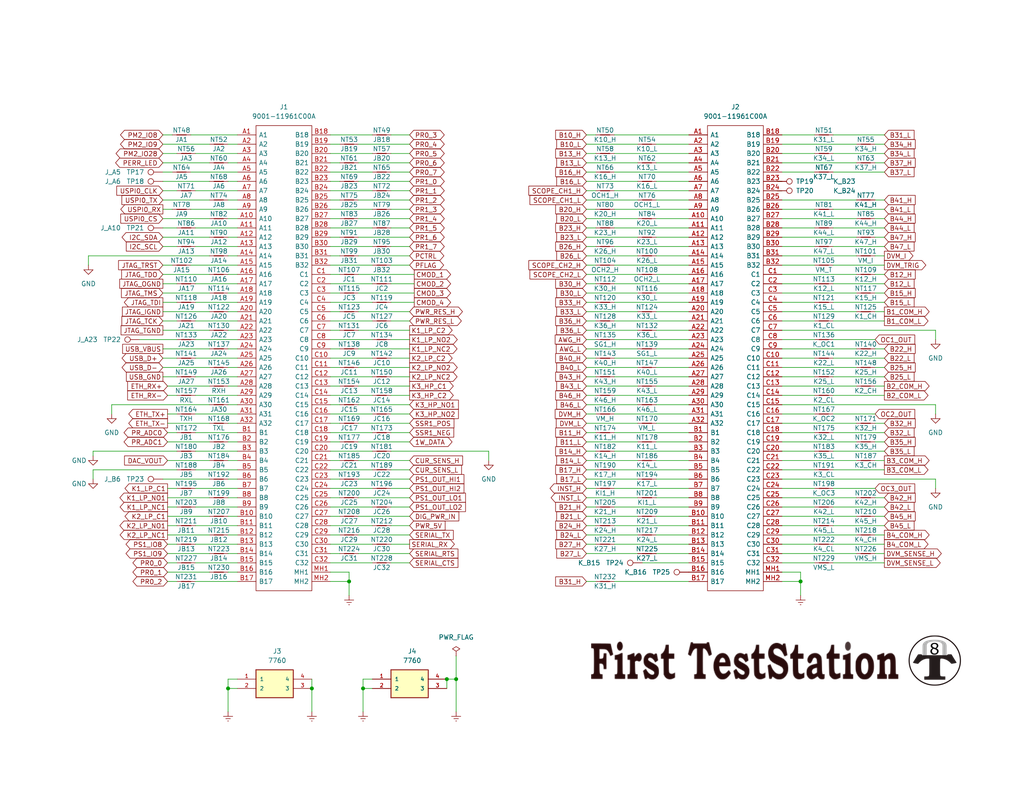
<source format=kicad_sch>
(kicad_sch (version 20211123) (generator eeschema)
  (paper "A")
  (title_block (title "InterconnectIO Board") (date "2022-06-01") (rev "0.1"))
  (junction (at 62.23 187.96))
  (junction (at 95.25 158.75))
  (junction (at 99.06 187.96))
  (junction (at 121.92 185.42))
  (junction (at 124.46 185.42))
  (junction (at 85.09 187.96))
  (junction (at 218.44 158.75))
  (wire (pts (xy 90.17 62.23) (xy 101.6 62.23)))
  (wire (pts (xy 64.77 105.41) (xy 62.23 105.41)))
  (wire (pts (xy 97.79 64.77) (xy 111.76 64.77)))
  (wire (pts (xy 90.17 87.63) (xy 101.6 87.63)))
  (wire (pts (xy 90.17 118.11) (xy 101.6 118.11)))
  (wire (pts (xy 90.17 158.75) (xy 95.25 158.75)))
  (wire (pts (xy 97.79 151.13) (xy 111.76 151.13)))
  (wire (pts (xy 53.34 97.79) (xy 64.77 97.79)))
  (wire (pts (xy 173.99 85.09) (xy 160.02 85.09)))
  (wire (pts (xy 222.25 143.51) (xy 213.36 143.51)))
  (wire (pts (xy 90.17 46.99) (xy 101.6 46.99)))
  (wire (pts (xy 25.4 128.27) (xy 48.26 128.27)))
  (wire (pts (xy 106.68 46.99) (xy 111.76 46.99)))
  (wire (pts (xy 160.02 72.39) (xy 162.56 72.39)))
  (wire (pts (xy 124.46 179.07) (xy 124.46 185.42)))
  (wire (pts (xy 241.3 125.73) (xy 238.76 125.73)))
  (wire (pts (xy 85.09 187.96) (xy 85.09 194.31)))
  (wire (pts (xy 173.99 151.13) (xy 160.02 151.13)))
  (wire (pts (xy 106.68 92.71) (xy 111.76 92.71)))
  (wire (pts (xy 64.77 107.95) (xy 53.34 107.95)))
  (wire (pts (xy 44.45 44.45) (xy 57.15 44.45)))
  (wire (pts (xy 167.64 138.43) (xy 187.96 138.43)))
  (wire (pts (xy 90.17 123.19) (xy 101.6 123.19)))
  (wire (pts (xy 160.02 52.07) (xy 162.56 52.07)))
  (wire (pts (xy 255.27 90.17) (xy 255.27 92.71)))
  (wire (pts (xy 212.09 52.07) (xy 213.36 52.07)))
  (wire (pts (xy 97.79 90.17) (xy 111.76 90.17)))
  (wire (pts (xy 44.45 95.25) (xy 57.15 95.25)))
  (wire (pts (xy 227.33 123.19) (xy 241.3 123.19)))
  (wire (pts (xy 45.72 143.51) (xy 48.26 143.51)))
  (wire (pts (xy 44.45 64.77) (xy 57.15 64.77)))
  (wire (pts (xy 53.34 92.71) (xy 64.77 92.71)))
  (wire (pts (xy 97.79 80.01) (xy 113.03 80.01)))
  (wire (pts (xy 167.64 72.39) (xy 187.96 72.39)))
  (wire (pts (xy 64.77 49.53) (xy 62.23 49.53)))
  (wire (pts (xy 90.17 143.51) (xy 101.6 143.51)))
  (wire (pts (xy 64.77 153.67) (xy 53.34 153.67)))
  (wire (pts (xy 44.45 46.99) (xy 46.99 46.99)))
  (wire (pts (xy 213.36 146.05) (xy 233.68 146.05)))
  (wire (pts (xy 238.76 64.77) (xy 241.3 64.77)))
  (wire (pts (xy 44.45 97.79) (xy 48.26 97.79)))
  (wire (pts (xy 44.45 57.15) (xy 46.99 57.15)))
  (wire (pts (xy 90.17 90.17) (xy 92.71 90.17)))
  (wire (pts (xy 64.77 118.11) (xy 53.34 118.11)))
  (wire (pts (xy 90.17 36.83) (xy 101.6 36.83)))
  (wire (pts (xy 24.13 69.85) (xy 57.15 69.85)))
  (wire (pts (xy 179.07 54.61) (xy 187.96 54.61)))
  (wire (pts (xy 45.72 115.57) (xy 57.15 115.57)))
  (wire (pts (xy 179.07 59.69) (xy 187.96 59.69)))
  (wire (pts (xy 175.26 153.67) (xy 187.96 153.67)))
  (wire (pts (xy 64.77 57.15) (xy 52.07 57.15)))
  (wire (pts (xy 90.17 64.77) (xy 92.71 64.77)))
  (wire (pts (xy 238.76 80.01) (xy 241.3 80.01)))
  (wire (pts (xy 179.07 105.41) (xy 187.96 105.41)))
  (wire (pts (xy 106.68 138.43) (xy 111.76 138.43)))
  (wire (pts (xy 45.72 156.21) (xy 57.15 156.21)))
  (wire (pts (xy 227.33 102.87) (xy 241.3 102.87)))
  (wire (pts (xy 233.68 95.25) (xy 213.36 95.25)))
  (wire (pts (xy 97.79 120.65) (xy 111.76 120.65)))
  (wire (pts (xy 167.64 113.03) (xy 187.96 113.03)))
  (wire (pts (xy 227.33 67.31) (xy 241.3 67.31)))
  (wire (pts (xy 222.25 36.83) (xy 213.36 36.83)))
  (wire (pts (xy 124.46 185.42) (xy 124.46 194.31)))
  (wire (pts (xy 233.68 69.85) (xy 213.36 69.85)))
  (wire (pts (xy 90.17 77.47) (xy 101.6 77.47)))
  (wire (pts (xy 121.92 185.42) (xy 121.92 187.96)))
  (wire (pts (xy 233.68 74.93) (xy 213.36 74.93)))
  (wire (pts (xy 233.68 59.69) (xy 213.36 59.69)))
  (wire (pts (xy 97.79 115.57) (xy 111.76 115.57)))
  (wire (pts (xy 227.33 143.51) (xy 241.3 143.51)))
  (wire (pts (xy 227.33 62.23) (xy 241.3 62.23)))
  (wire (pts (xy 179.07 125.73) (xy 187.96 125.73)))
  (wire (pts (xy 106.68 123.19) (xy 133.35 123.19)))
  (wire (pts (xy 90.17 128.27) (xy 101.6 128.27)))
  (wire (pts (xy 62.23 110.49) (xy 64.77 110.49)))
  (wire (pts (xy 160.02 133.35) (xy 162.56 133.35)))
  (wire (pts (xy 222.25 62.23) (xy 213.36 62.23)))
  (wire (pts (xy 227.33 72.39) (xy 241.3 72.39)))
  (wire (pts (xy 44.45 82.55) (xy 48.26 82.55)))
  (wire (pts (xy 53.34 148.59) (xy 64.77 148.59)))
  (wire (pts (xy 44.45 36.83) (xy 46.99 36.83)))
  (wire (pts (xy 62.23 187.96) (xy 64.77 187.96)))
  (wire (pts (xy 62.23 194.31) (xy 62.23 187.96)))
  (wire (pts (xy 64.77 54.61) (xy 62.23 54.61)))
  (wire (pts (xy 90.17 135.89) (xy 92.71 135.89)))
  (wire (pts (xy 167.64 92.71) (xy 187.96 92.71)))
  (wire (pts (xy 173.99 115.57) (xy 160.02 115.57)))
  (wire (pts (xy 90.17 146.05) (xy 92.71 146.05)))
  (wire (pts (xy 64.77 135.89) (xy 62.23 135.89)))
  (wire (pts (xy 241.3 85.09) (xy 238.76 85.09)))
  (wire (pts (xy 238.76 39.37) (xy 241.3 39.37)))
  (wire (pts (xy 162.56 113.03) (xy 160.02 113.03)))
  (wire (pts (xy 173.99 130.81) (xy 160.02 130.81)))
  (wire (pts (xy 233.68 151.13) (xy 213.36 151.13)))
  (wire (pts (xy 173.99 69.85) (xy 160.02 69.85)))
  (wire (pts (xy 90.17 49.53) (xy 92.71 49.53)))
  (wire (pts (xy 53.34 102.87) (xy 64.77 102.87)))
  (wire (pts (xy 238.76 115.57) (xy 241.3 115.57)))
  (wire (pts (xy 90.17 130.81) (xy 92.71 130.81)))
  (wire (pts (xy 64.77 113.03) (xy 53.34 113.03)))
  (wire (pts (xy 213.36 107.95) (xy 222.25 107.95)))
  (wire (pts (xy 213.36 85.09) (xy 233.68 85.09)))
  (wire (pts (xy 222.25 82.55) (xy 213.36 82.55)))
  (wire (pts (xy 45.72 113.03) (xy 48.26 113.03)))
  (wire (pts (xy 99.06 187.96) (xy 99.06 194.31)))
  (wire (pts (xy 64.77 64.77) (xy 62.23 64.77)))
  (wire (pts (xy 64.77 120.65) (xy 62.23 120.65)))
  (wire (pts (xy 64.77 138.43) (xy 53.34 138.43)))
  (wire (pts (xy 133.35 123.19) (xy 133.35 125.73)))
  (wire (pts (xy 179.07 95.25) (xy 187.96 95.25)))
  (wire (pts (xy 97.79 110.49) (xy 111.76 110.49)))
  (wire (pts (xy 222.25 153.67) (xy 213.36 153.67)))
  (wire (pts (xy 106.68 72.39) (xy 111.76 72.39)))
  (wire (pts (xy 64.77 128.27) (xy 53.34 128.27)))
  (wire (pts (xy 222.25 41.91) (xy 213.36 41.91)))
  (wire (pts (xy 227.33 77.47) (xy 241.3 77.47)))
  (wire (pts (xy 238.76 59.69) (xy 241.3 59.69)))
  (wire (pts (xy 255.27 110.49) (xy 255.27 113.03)))
  (wire (pts (xy 167.64 107.95) (xy 187.96 107.95)))
  (wire (pts (xy 179.07 100.33) (xy 187.96 100.33)))
  (wire (pts (xy 167.64 123.19) (xy 187.96 123.19)))
  (wire (pts (xy 45.72 148.59) (xy 48.26 148.59)))
  (wire (pts (xy 167.64 128.27) (xy 187.96 128.27)))
  (wire (pts (xy 162.56 158.75) (xy 160.02 158.75)))
  (wire (pts (xy 173.99 146.05) (xy 160.02 146.05)))
  (wire (pts (xy 62.23 185.42) (xy 64.77 185.42)))
  (wire (pts (xy 90.17 140.97) (xy 92.71 140.97)))
  (wire (pts (xy 97.79 44.45) (xy 111.76 44.45)))
  (wire (pts (xy 227.33 118.11) (xy 241.3 118.11)))
  (wire (pts (xy 255.27 130.81) (xy 255.27 133.35)))
  (wire (pts (xy 90.17 69.85) (xy 92.71 69.85)))
  (wire (pts (xy 90.17 82.55) (xy 101.6 82.55)))
  (wire (pts (xy 64.77 44.45) (xy 62.23 44.45)))
  (wire (pts (xy 90.17 153.67) (xy 101.6 153.67)))
  (wire (pts (xy 64.77 80.01) (xy 62.23 80.01)))
  (wire (pts (xy 62.23 151.13) (xy 64.77 151.13)))
  (wire (pts (xy 162.56 148.59) (xy 160.02 148.59)))
  (wire (pts (xy 53.34 41.91) (xy 64.77 41.91)))
  (wire (pts (xy 64.77 39.37) (xy 62.23 39.37)))
  (wire (pts (xy 90.17 52.07) (xy 101.6 52.07)))
  (wire (pts (xy 227.33 57.15) (xy 241.3 57.15)))
  (wire (pts (xy 212.09 49.53) (xy 213.36 49.53)))
  (wire (pts (xy 24.13 69.85) (xy 24.13 72.39)))
  (wire (pts (xy 64.77 90.17) (xy 62.23 90.17)))
  (wire (pts (xy 62.23 95.25) (xy 64.77 95.25)))
  (wire (pts (xy 97.79 39.37) (xy 111.76 39.37)))
  (wire (pts (xy 99.06 185.42) (xy 99.06 187.96)))
  (wire (pts (xy 44.45 41.91) (xy 48.26 41.91)))
  (wire (pts (xy 162.56 107.95) (xy 160.02 107.95)))
  (wire (pts (xy 167.64 41.91) (xy 187.96 41.91)))
  (wire (pts (xy 222.25 72.39) (xy 213.36 72.39)))
  (wire (pts (xy 97.79 59.69) (xy 111.76 59.69)))
  (wire (pts (xy 167.64 97.79) (xy 187.96 97.79)))
  (wire (pts (xy 44.45 54.61) (xy 57.15 54.61)))
  (wire (pts (xy 64.77 82.55) (xy 53.34 82.55)))
  (wire (pts (xy 97.79 135.89) (xy 111.76 135.89)))
  (wire (pts (xy 45.72 146.05) (xy 57.15 146.05)))
  (wire (pts (xy 64.77 140.97) (xy 62.23 140.97)))
  (wire (pts (xy 213.36 148.59) (xy 222.25 148.59)))
  (wire (pts (xy 90.17 97.79) (xy 101.6 97.79)))
  (wire (pts (xy 167.64 46.99) (xy 187.96 46.99)))
  (wire (pts (xy 25.4 123.19) (xy 48.26 123.19)))
  (wire (pts (xy 90.17 115.57) (xy 92.71 115.57)))
  (wire (pts (xy 167.64 77.47) (xy 187.96 77.47)))
  (wire (pts (xy 162.56 97.79) (xy 160.02 97.79)))
  (wire (pts (xy 173.99 80.01) (xy 160.02 80.01)))
  (wire (pts (xy 238.76 100.33) (xy 241.3 100.33)))
  (wire (pts (xy 167.64 52.07) (xy 187.96 52.07)))
  (wire (pts (xy 64.77 130.81) (xy 62.23 130.81)))
  (wire (pts (xy 238.76 74.93) (xy 241.3 74.93)))
  (wire (pts (xy 44.45 102.87) (xy 48.26 102.87)))
  (wire (pts (xy 179.07 151.13) (xy 187.96 151.13)))
  (wire (pts (xy 179.07 90.17) (xy 187.96 90.17)))
  (wire (pts (xy 44.45 77.47) (xy 48.26 77.47)))
  (wire (pts (xy 64.77 146.05) (xy 62.23 146.05)))
  (wire (pts (xy 160.02 74.93) (xy 173.99 74.93)))
  (wire (pts (xy 97.79 100.33) (xy 111.76 100.33)))
  (wire (pts (xy 25.4 128.27) (xy 25.4 130.81)))
  (wire (pts (xy 227.33 46.99) (xy 241.3 46.99)))
  (wire (pts (xy 64.77 123.19) (xy 53.34 123.19)))
  (wire (pts (xy 213.36 110.49) (xy 255.27 110.49)))
  (wire (pts (xy 106.68 102.87) (xy 111.76 102.87)))
  (wire (pts (xy 167.64 133.35) (xy 187.96 133.35)))
  (wire (pts (xy 64.77 36.83) (xy 52.07 36.83)))
  (wire (pts (xy 238.76 135.89) (xy 241.3 135.89)))
  (wire (pts (xy 90.17 92.71) (xy 101.6 92.71)))
  (wire (pts (xy 238.76 140.97) (xy 241.3 140.97)))
  (wire (pts (xy 45.72 140.97) (xy 57.15 140.97)))
  (wire (pts (xy 173.99 90.17) (xy 160.02 90.17)))
  (wire (pts (xy 45.72 138.43) (xy 48.26 138.43)))
  (wire (pts (xy 44.45 62.23) (xy 48.26 62.23)))
  (wire (pts (xy 44.45 74.93) (xy 57.15 74.93)))
  (wire (pts (xy 106.68 143.51) (xy 111.76 143.51)))
  (wire (pts (xy 162.56 87.63) (xy 160.02 87.63)))
  (wire (pts (xy 90.17 95.25) (xy 92.71 95.25)))
  (wire (pts (xy 222.25 97.79) (xy 213.36 97.79)))
  (wire (pts (xy 233.68 140.97) (xy 213.36 140.97)))
  (wire (pts (xy 90.17 41.91) (xy 101.6 41.91)))
  (wire (pts (xy 227.33 82.55) (xy 241.3 82.55)))
  (wire (pts (xy 222.25 138.43) (xy 213.36 138.43)))
  (wire (pts (xy 227.33 41.91) (xy 241.3 41.91)))
  (wire (pts (xy 106.68 107.95) (xy 111.76 107.95)))
  (wire (pts (xy 97.79 69.85) (xy 111.76 69.85)))
  (wire (pts (xy 213.36 125.73) (xy 233.68 125.73)))
  (wire (pts (xy 53.34 77.47) (xy 64.77 77.47)))
  (wire (pts (xy 90.17 120.65) (xy 92.71 120.65)))
  (wire (pts (xy 218.44 156.21) (xy 218.44 158.75)))
  (wire (pts (xy 106.68 62.23) (xy 111.76 62.23)))
  (wire (pts (xy 167.64 158.75) (xy 187.96 158.75)))
  (wire (pts (xy 90.17 125.73) (xy 92.71 125.73)))
  (wire (pts (xy 97.79 54.61) (xy 111.76 54.61)))
  (wire (pts (xy 45.72 153.67) (xy 48.26 153.67)))
  (wire (pts (xy 90.17 80.01) (xy 92.71 80.01)))
  (wire (pts (xy 173.99 49.53) (xy 160.02 49.53)))
  (wire (pts (xy 45.72 107.95) (xy 48.26 107.95)))
  (wire (pts (xy 38.1 92.71) (xy 48.26 92.71)))
  (wire (pts (xy 179.07 120.65) (xy 187.96 120.65)))
  (wire (pts (xy 233.68 115.57) (xy 213.36 115.57)))
  (wire (pts (xy 173.99 59.69) (xy 160.02 59.69)))
  (wire (pts (xy 179.07 39.37) (xy 187.96 39.37)))
  (wire (pts (xy 106.68 82.55) (xy 113.03 82.55)))
  (wire (pts (xy 179.07 146.05) (xy 187.96 146.05)))
  (wire (pts (xy 90.17 54.61) (xy 92.71 54.61)))
  (wire (pts (xy 227.33 36.83) (xy 241.3 36.83)))
  (wire (pts (xy 44.45 72.39) (xy 46.99 72.39)))
  (wire (pts (xy 44.45 85.09) (xy 57.15 85.09)))
  (wire (pts (xy 167.64 62.23) (xy 187.96 62.23)))
  (wire (pts (xy 90.17 148.59) (xy 101.6 148.59)))
  (wire (pts (xy 90.17 59.69) (xy 92.71 59.69)))
  (wire (pts (xy 90.17 105.41) (xy 92.71 105.41)))
  (wire (pts (xy 45.72 105.41) (xy 57.15 105.41)))
  (wire (pts (xy 238.76 120.65) (xy 241.3 120.65)))
  (wire (pts (xy 64.77 72.39) (xy 52.07 72.39)))
  (wire (pts (xy 97.79 95.25) (xy 111.76 95.25)))
  (wire (pts (xy 106.68 133.35) (xy 111.76 133.35)))
  (wire (pts (xy 106.68 148.59) (xy 111.76 148.59)))
  (wire (pts (xy 64.77 87.63) (xy 53.34 87.63)))
  (wire (pts (xy 213.36 105.41) (xy 233.68 105.41)))
  (wire (pts (xy 162.56 62.23) (xy 160.02 62.23)))
  (wire (pts (xy 162.56 123.19) (xy 160.02 123.19)))
  (wire (pts (xy 213.36 158.75) (xy 218.44 158.75)))
  (wire (pts (xy 218.44 158.75) (xy 218.44 162.56)))
  (wire (pts (xy 233.68 39.37) (xy 213.36 39.37)))
  (wire (pts (xy 44.45 130.81) (xy 57.15 130.81)))
  (wire (pts (xy 179.07 130.81) (xy 187.96 130.81)))
  (wire (pts (xy 222.25 46.99) (xy 213.36 46.99)))
  (wire (pts (xy 179.07 115.57) (xy 187.96 115.57)))
  (wire (pts (xy 62.23 100.33) (xy 64.77 100.33)))
  (wire (pts (xy 179.07 85.09) (xy 187.96 85.09)))
  (wire (pts (xy 64.77 69.85) (xy 62.23 69.85)))
  (wire (pts (xy 45.72 158.75) (xy 48.26 158.75)))
  (wire (pts (xy 90.17 113.03) (xy 101.6 113.03)))
  (wire (pts (xy 99.06 187.96) (xy 101.6 187.96)))
  (wire (pts (xy 45.72 151.13) (xy 57.15 151.13)))
  (wire (pts (xy 101.6 185.42) (xy 99.06 185.42)))
  (wire (pts (xy 222.25 118.11) (xy 213.36 118.11)))
  (wire (pts (xy 162.56 67.31) (xy 160.02 67.31)))
  (wire (pts (xy 106.68 128.27) (xy 111.76 128.27)))
  (wire (pts (xy 233.68 44.45) (xy 213.36 44.45)))
  (wire (pts (xy 179.07 80.01) (xy 187.96 80.01)))
  (wire (pts (xy 241.3 107.95) (xy 227.33 107.95)))
  (wire (pts (xy 64.77 46.99) (xy 52.07 46.99)))
  (wire (pts (xy 106.68 67.31) (xy 111.76 67.31)))
  (wire (pts (xy 222.25 113.03) (xy 213.36 113.03)))
  (wire (pts (xy 238.76 44.45) (xy 241.3 44.45)))
  (wire (pts (xy 106.68 118.11) (xy 111.76 118.11)))
  (wire (pts (xy 106.68 77.47) (xy 113.03 77.47)))
  (wire (pts (xy 179.07 140.97) (xy 187.96 140.97)))
  (wire (pts (xy 30.48 110.49) (xy 57.15 110.49)))
  (wire (pts (xy 213.36 87.63) (xy 222.25 87.63)))
  (wire (pts (xy 90.17 85.09) (xy 92.71 85.09)))
  (wire (pts (xy 162.56 57.15) (xy 160.02 57.15)))
  (wire (pts (xy 162.56 82.55) (xy 160.02 82.55)))
  (wire (pts (xy 233.68 100.33) (xy 213.36 100.33)))
  (wire (pts (xy 95.25 158.75) (xy 95.25 162.56)))
  (wire (pts (xy 213.36 156.21) (xy 218.44 156.21)))
  (wire (pts (xy 44.45 39.37) (xy 57.15 39.37)))
  (wire (pts (xy 64.77 74.93) (xy 62.23 74.93)))
  (wire (pts (xy 162.56 36.83) (xy 160.02 36.83)))
  (wire (pts (xy 238.76 95.25) (xy 241.3 95.25)))
  (wire (pts (xy 44.45 90.17) (xy 57.15 90.17)))
  (wire (pts (xy 64.77 156.21) (xy 62.23 156.21)))
  (wire (pts (xy 44.45 49.53) (xy 57.15 49.53)))
  (wire (pts (xy 167.64 57.15) (xy 187.96 57.15)))
  (wire (pts (xy 45.72 135.89) (xy 57.15 135.89)))
  (wire (pts (xy 173.99 39.37) (xy 160.02 39.37)))
  (wire (pts (xy 97.79 85.09) (xy 111.76 85.09)))
  (wire (pts (xy 44.45 100.33) (xy 57.15 100.33)))
  (wire (pts (xy 62.23 187.96) (xy 62.23 185.42)))
  (wire (pts (xy 64.77 133.35) (xy 53.34 133.35)))
  (wire (pts (xy 45.72 133.35) (xy 48.26 133.35)))
  (wire (pts (xy 162.56 143.51) (xy 160.02 143.51)))
  (wire (pts (xy 179.07 69.85) (xy 187.96 69.85)))
  (wire (pts (xy 44.45 67.31) (xy 48.26 67.31)))
  (wire (pts (xy 90.17 156.21) (xy 95.25 156.21)))
  (wire (pts (xy 90.17 67.31) (xy 101.6 67.31)))
  (wire (pts (xy 238.76 54.61) (xy 241.3 54.61)))
  (wire (pts (xy 213.36 128.27) (xy 222.25 128.27)))
  (wire (pts (xy 106.68 57.15) (xy 111.76 57.15)))
  (wire (pts (xy 90.17 74.93) (xy 92.71 74.93)))
  (wire (pts (xy 238.76 69.85) (xy 241.3 69.85)))
  (wire (pts (xy 213.36 90.17) (xy 255.27 90.17)))
  (wire (pts (xy 97.79 125.73) (xy 111.76 125.73)))
  (wire (pts (xy 162.56 77.47) (xy 160.02 77.47)))
  (wire (pts (xy 106.68 87.63) (xy 111.76 87.63)))
  (wire (pts (xy 173.99 120.65) (xy 160.02 120.65)))
  (wire (pts (xy 90.17 110.49) (xy 92.71 110.49)))
  (wire (pts (xy 167.64 67.31) (xy 187.96 67.31)))
  (wire (pts (xy 90.17 100.33) (xy 92.71 100.33)))
  (wire (pts (xy 179.07 44.45) (xy 187.96 44.45)))
  (wire (pts (xy 241.3 146.05) (xy 238.76 146.05)))
  (wire (pts (xy 162.56 41.91) (xy 160.02 41.91)))
  (wire (pts (xy 45.72 120.65) (xy 57.15 120.65)))
  (wire (pts (xy 90.17 72.39) (xy 101.6 72.39)))
  (wire (pts (xy 222.25 67.31) (xy 213.36 67.31)))
  (wire (pts (xy 162.56 46.99) (xy 160.02 46.99)))
  (wire (pts (xy 106.68 41.91) (xy 111.76 41.91)))
  (wire (pts (xy 187.96 135.89) (xy 179.07 135.89)))
  (wire (pts (xy 90.17 57.15) (xy 101.6 57.15)))
  (wire (pts (xy 241.3 105.41) (xy 238.76 105.41)))
  (wire (pts (xy 64.77 125.73) (xy 62.23 125.73)))
  (wire (pts (xy 227.33 138.43) (xy 241.3 138.43)))
  (wire (pts (xy 53.34 62.23) (xy 64.77 62.23)))
  (wire (pts (xy 64.77 158.75) (xy 53.34 158.75)))
  (wire (pts (xy 44.45 52.07) (xy 48.26 52.07)))
  (wire (pts (xy 44.45 80.01) (xy 57.15 80.01)))
  (wire (pts (xy 97.79 105.41) (xy 111.76 105.41)))
  (wire (pts (xy 44.45 59.69) (xy 57.15 59.69)))
  (wire (pts (xy 241.3 87.63) (xy 227.33 87.63)))
  (wire (pts (xy 222.25 77.47) (xy 213.36 77.47)))
  (wire (pts (xy 233.68 120.65) (xy 213.36 120.65)))
  (wire (pts (xy 53.34 67.31) (xy 64.77 67.31)))
  (wire (pts (xy 173.99 100.33) (xy 160.02 100.33)))
  (wire (pts (xy 160.02 135.89) (xy 173.99 135.89)))
  (wire (pts (xy 30.48 110.49) (xy 30.48 113.03)))
  (wire (pts (xy 173.99 44.45) (xy 160.02 44.45)))
  (wire (pts (xy 213.36 130.81) (xy 255.27 130.81)))
  (wire (pts (xy 160.02 54.61) (xy 173.99 54.61)))
  (wire (pts (xy 173.99 64.77) (xy 160.02 64.77)))
  (wire (pts (xy 222.25 133.35) (xy 213.36 133.35)))
  (wire (pts (xy 85.09 185.42) (xy 85.09 187.96)))
  (wire (pts (xy 90.17 151.13) (xy 92.71 151.13)))
  (wire (pts (xy 167.64 87.63) (xy 187.96 87.63)))
  (wire (pts (xy 222.25 123.19) (xy 213.36 123.19)))
  (wire (pts (xy 162.56 138.43) (xy 160.02 138.43)))
  (wire (pts (xy 162.56 128.27) (xy 160.02 128.27)))
  (wire (pts (xy 167.64 143.51) (xy 187.96 143.51)))
  (wire (pts (xy 222.25 57.15) (xy 213.36 57.15)))
  (wire (pts (xy 97.79 130.81) (xy 111.76 130.81)))
  (wire (pts (xy 90.17 39.37) (xy 92.71 39.37)))
  (wire (pts (xy 173.99 125.73) (xy 160.02 125.73)))
  (wire (pts (xy 45.72 125.73) (xy 57.15 125.73)))
  (wire (pts (xy 97.79 140.97) (xy 111.76 140.97)))
  (wire (pts (xy 233.68 135.89) (xy 213.36 135.89)))
  (wire (pts (xy 90.17 107.95) (xy 101.6 107.95)))
  (wire (pts (xy 167.64 118.11) (xy 187.96 118.11)))
  (wire (pts (xy 241.3 128.27) (xy 227.33 128.27)))
  (wire (pts (xy 64.77 59.69) (xy 62.23 59.69)))
  (wire (pts (xy 173.99 110.49) (xy 160.02 110.49)))
  (wire (pts (xy 173.99 105.41) (xy 160.02 105.41)))
  (wire (pts (xy 62.23 85.09) (xy 64.77 85.09)))
  (wire (pts (xy 238.76 151.13) (xy 241.3 151.13)))
  (wire (pts (xy 233.68 54.61) (xy 213.36 54.61)))
  (wire (pts (xy 97.79 74.93) (xy 113.03 74.93)))
  (wire (pts (xy 233.68 80.01) (xy 213.36 80.01)))
  (wire (pts (xy 106.68 97.79) (xy 111.76 97.79)))
  (wire (pts (xy 227.33 153.67) (xy 241.3 153.67)))
  (wire (pts (xy 44.45 87.63) (xy 48.26 87.63)))
  (wire (pts (xy 106.68 113.03) (xy 111.76 113.03)))
  (wire (pts (xy 25.4 123.19) (xy 25.4 124.46)))
  (wire (pts (xy 64.77 143.51) (xy 53.34 143.51)))
  (wire (pts (xy 162.56 102.87) (xy 160.02 102.87)))
  (wire (pts (xy 241.3 148.59) (xy 227.33 148.59)))
  (wire (pts (xy 90.17 133.35) (xy 101.6 133.35)))
  (wire (pts (xy 167.64 148.59) (xy 187.96 148.59)))
  (wire (pts (xy 45.72 118.11) (xy 48.26 118.11)))
  (wire (pts (xy 106.68 52.07) (xy 111.76 52.07)))
  (wire (pts (xy 179.07 74.93) (xy 187.96 74.93)))
  (wire (pts (xy 106.68 153.67) (xy 111.76 153.67)))
  (wire (pts (xy 160.02 95.25) (xy 173.99 95.25)))
  (wire (pts (xy 167.64 102.87) (xy 187.96 102.87)))
  (wire (pts (xy 90.17 138.43) (xy 101.6 138.43)))
  (wire (pts (xy 160.02 92.71) (xy 162.56 92.71)))
  (wire (pts (xy 222.25 102.87) (xy 213.36 102.87)))
  (wire (pts (xy 162.56 118.11) (xy 160.02 118.11)))
  (wire (pts (xy 173.99 140.97) (xy 160.02 140.97)))
  (wire (pts (xy 121.92 185.42) (xy 124.46 185.42)))
  (wire (pts (xy 106.68 36.83) (xy 111.76 36.83)))
  (wire (pts (xy 179.07 49.53) (xy 187.96 49.53)))
  (wire (pts (xy 97.79 49.53) (xy 111.76 49.53)))
  (wire (pts (xy 90.17 102.87) (xy 101.6 102.87)))
  (wire (pts (xy 167.64 82.55) (xy 187.96 82.55)))
  (wire (pts (xy 167.64 36.83) (xy 187.96 36.83)))
  (wire (pts (xy 238.76 113.03) (xy 227.33 113.03)))
  (wire (pts (xy 222.25 92.71) (xy 213.36 92.71)))
  (wire (pts (xy 238.76 133.35) (xy 227.33 133.35)))
  (wire (pts (xy 227.33 97.79) (xy 241.3 97.79)))
  (wire (pts (xy 233.68 64.77) (xy 213.36 64.77)))
  (wire (pts (xy 95.25 156.21) (xy 95.25 158.75)))
  (wire (pts (xy 238.76 92.71) (xy 227.33 92.71)))
  (wire (pts (xy 90.17 44.45) (xy 92.71 44.45)))
  (wire (pts (xy 64.77 115.57) (xy 62.23 115.57)))
  (wire (pts (xy 179.07 110.49) (xy 187.96 110.49)))
  (wire (pts (xy 179.07 64.77) (xy 187.96 64.77)))
  (wire (pts (xy 97.79 146.05) (xy 111.76 146.05)))
  (wire (pts (xy 53.34 52.07) (xy 64.77 52.07)))
  (image (at 255.27 180.34))
  (image (at 203.2 180.34) (scale 2.13772))
  (global_label "B1_COM_H" (shape output) (at 241.3 85.09 0) (property "Intersheet References" "${INTERSHEET_REFS}" (effects hide)))
  (global_label "DIG_PWR_IN" (shape input) (at 111.76 140.97 0) (property "Intersheet References" "${INTERSHEET_REFS}" (effects hide)))
  (global_label "USB_VBUS" (shape passive) (at 44.45 95.25 180) (property "Intersheet References" "${INTERSHEET_REFS}" (effects hide)))
  (global_label "B31_L" (shape input) (at 241.3 36.83 0) (property "Intersheet References" "${INTERSHEET_REFS}" (effects hide)))
  (global_label "PR0_1" (shape bidirectional) (at 45.72 156.21 180) (property "Intersheet References" "${INTERSHEET_REFS}" (effects hide)))
  (global_label "B27_H" (shape input) (at 160.02 148.59 180) (property "Intersheet References" "${INTERSHEET_REFS}" (effects hide)))
  (global_label "INST_L" (shape bidirectional) (at 160.02 135.89 180) (property "Intersheet References" "${INTERSHEET_REFS}" (effects hide)))
  (global_label "B32_H" (shape input) (at 241.3 115.57 0) (property "Intersheet References" "${INTERSHEET_REFS}" (effects hide)))
  (global_label "B27_L" (shape input) (at 160.02 151.13 180) (property "Intersheet References" "${INTERSHEET_REFS}" (effects hide)))
  (global_label "CMOD_1" (shape output) (at 113.03 74.93 0) (property "Intersheet References" "${INTERSHEET_REFS}" (effects hide)))
  (global_label "PR0_6" (shape bidirectional) (at 111.76 44.45 0) (property "Intersheet References" "${INTERSHEET_REFS}" (effects hide)))
  (global_label "B44_L" (shape input) (at 241.3 62.23 0) (property "Intersheet References" "${INTERSHEET_REFS}" (effects hide)))
  (global_label "SERIAL_RTS" (shape input) (at 111.76 151.13 0) (property "Intersheet References" "${INTERSHEET_REFS}" (effects hide)))
  (global_label "B20_L" (shape input) (at 160.02 59.69 180) (property "Intersheet References" "${INTERSHEET_REFS}" (effects hide)))
  (global_label "CMOD_2" (shape output) (at 113.03 77.47 0) (property "Intersheet References" "${INTERSHEET_REFS}" (effects hide)))
  (global_label "AWG_H" (shape input) (at 160.02 92.71 180) (property "Intersheet References" "${INTERSHEET_REFS}" (effects hide)))
  (global_label "B46_H" (shape input) (at 160.02 107.95 180) (property "Intersheet References" "${INTERSHEET_REFS}" (effects hide)))
  (global_label "PR1_0" (shape bidirectional) (at 111.76 49.53 0) (property "Intersheet References" "${INTERSHEET_REFS}" (effects hide)))
  (global_label "PR1_3" (shape bidirectional) (at 111.76 57.15 0) (property "Intersheet References" "${INTERSHEET_REFS}" (effects hide)))
  (global_label "B14_H" (shape input) (at 160.02 123.19 180) (property "Intersheet References" "${INTERSHEET_REFS}" (effects hide)))
  (global_label "B12_L" (shape input) (at 241.3 77.47 0) (property "Intersheet References" "${INTERSHEET_REFS}" (effects hide)))
  (global_label "JTAG_TMS" (shape input) (at 44.45 80.01 180) (property "Intersheet References" "${INTERSHEET_REFS}" (effects hide)))
  (global_label "B34_L" (shape input) (at 241.3 41.91 0) (property "Intersheet References" "${INTERSHEET_REFS}" (effects hide)))
  (global_label "PR1_5" (shape bidirectional) (at 111.76 62.23 0) (property "Intersheet References" "${INTERSHEET_REFS}" (effects hide)))
  (global_label "B44_H" (shape input) (at 241.3 59.69 0) (property "Intersheet References" "${INTERSHEET_REFS}" (effects hide)))
  (global_label "B36_L" (shape input) (at 160.02 90.17 180) (property "Intersheet References" "${INTERSHEET_REFS}" (effects hide)))
  (global_label "B26_H" (shape input) (at 160.02 67.31 180) (property "Intersheet References" "${INTERSHEET_REFS}" (effects hide)))
  (global_label "PWR_5V" (shape input) (at 111.76 143.51 0) (property "Intersheet References" "${INTERSHEET_REFS}" (effects hide)))
  (global_label "PR0_2" (shape bidirectional) (at 45.72 158.75 180) (property "Intersheet References" "${INTERSHEET_REFS}" (effects hide)))
  (global_label "B33_L" (shape input) (at 160.02 85.09 180) (property "Intersheet References" "${INTERSHEET_REFS}" (effects hide)))
  (global_label "PR1_2" (shape bidirectional) (at 111.76 54.61 0) (property "Intersheet References" "${INTERSHEET_REFS}" (effects hide)))
  (global_label "B24_L" (shape input) (at 160.02 146.05 180) (property "Intersheet References" "${INTERSHEET_REFS}" (effects hide)))
  (global_label "USB_GND" (shape passive) (at 44.45 102.87 180) (property "Intersheet References" "${INTERSHEET_REFS}" (effects hide)))
  (global_label "CMOD_4" (shape output) (at 113.03 82.55 0) (property "Intersheet References" "${INTERSHEET_REFS}" (effects hide)))
  (global_label "B12_H" (shape input) (at 241.3 74.93 0) (property "Intersheet References" "${INTERSHEET_REFS}" (effects hide)))
  (global_label "B47_L" (shape input) (at 241.3 67.31 0) (property "Intersheet References" "${INTERSHEET_REFS}" (effects hide)))
  (global_label "B43_H" (shape input) (at 160.02 102.87 180) (property "Intersheet References" "${INTERSHEET_REFS}" (effects hide)))
  (global_label "B26_L" (shape input) (at 160.02 69.85 180) (property "Intersheet References" "${INTERSHEET_REFS}" (effects hide)))
  (global_label "B2_COM_L" (shape output) (at 241.3 107.95 0) (property "Intersheet References" "${INTERSHEET_REFS}" (effects hide)))
  (global_label "K1_LP_NC1" (shape output) (at 45.72 138.43 180) (property "Intersheet References" "${INTERSHEET_REFS}" (effects hide)))
  (global_label "SSR1_POS" (shape input) (at 111.76 115.57 0) (property "Intersheet References" "${INTERSHEET_REFS}" (effects hide)))
  (global_label "JTAG_TCK" (shape input) (at 44.45 87.63 180) (property "Intersheet References" "${INTERSHEET_REFS}" (effects hide)))
  (global_label "DVM_I" (shape output) (at 241.3 69.85 0) (property "Intersheet References" "${INTERSHEET_REFS}" (effects hide)))
  (global_label "B3_COM_L" (shape output) (at 241.3 128.27 0) (property "Intersheet References" "${INTERSHEET_REFS}" (effects hide)))
  (global_label "B43_L" (shape input) (at 160.02 105.41 180) (property "Intersheet References" "${INTERSHEET_REFS}" (effects hide)))
  (global_label "B33_H" (shape input) (at 160.02 82.55 180) (property "Intersheet References" "${INTERSHEET_REFS}" (effects hide)))
  (global_label "USPI0_CS" (shape input) (at 44.45 59.69 180) (property "Intersheet References" "${INTERSHEET_REFS}" (effects hide)))
  (global_label "SSR1_NEG" (shape input) (at 111.76 118.11 0) (property "Intersheet References" "${INTERSHEET_REFS}" (effects hide)))
  (global_label "B3_COM_H" (shape output) (at 241.3 125.73 0) (property "Intersheet References" "${INTERSHEET_REFS}" (effects hide)))
  (global_label "PCTRL" (shape bidirectional) (at 111.76 69.85 0) (property "Intersheet References" "${INTERSHEET_REFS}" (effects hide)))
  (global_label "K1_LP_NO2" (shape output) (at 111.76 92.71 0) (property "Intersheet References" "${INTERSHEET_REFS}" (effects hide)))
  (global_label "K2_LP_C2" (shape output) (at 111.76 97.79 0) (property "Intersheet References" "${INTERSHEET_REFS}" (effects hide)))
  (global_label "DVM_TRIG" (shape output) (at 241.3 72.39 0) (property "Intersheet References" "${INTERSHEET_REFS}" (effects hide)))
  (global_label "PFLAG" (shape bidirectional) (at 111.76 72.39 0) (property "Intersheet References" "${INTERSHEET_REFS}" (effects hide)))
  (global_label "PERR_LED" (shape bidirectional) (at 44.45 44.45 180) (property "Intersheet References" "${INTERSHEET_REFS}" (effects hide)))
  (global_label "B10_L" (shape input) (at 160.02 39.37 180) (property "Intersheet References" "${INTERSHEET_REFS}" (effects hide)))
  (global_label "K1_LP_NC2" (shape output) (at 111.76 95.25 0) (property "Intersheet References" "${INTERSHEET_REFS}" (effects hide)))
  (global_label "PS1_OUT_HI2" (shape input) (at 111.76 133.35 0) (property "Intersheet References" "${INTERSHEET_REFS}" (effects hide)))
  (global_label "PR1_6" (shape bidirectional) (at 111.76 64.77 0) (property "Intersheet References" "${INTERSHEET_REFS}" (effects hide)))
  (global_label "SCOPE_CH1_H" (shape input) (at 160.02 52.07 180) (property "Intersheet References" "${INTERSHEET_REFS}" (effects hide)))
  (global_label "B41_H" (shape input) (at 241.3 54.61 0) (property "Intersheet References" "${INTERSHEET_REFS}" (effects hide)))
  (global_label "INST_H" (shape bidirectional) (at 160.02 133.35 180) (property "Intersheet References" "${INTERSHEET_REFS}" (effects hide)))
  (global_label "B11_L" (shape input) (at 160.02 120.65 180) (property "Intersheet References" "${INTERSHEET_REFS}" (effects hide)))
  (global_label "PM2_IO28" (shape bidirectional) (at 44.45 41.91 180) (property "Intersheet References" "${INTERSHEET_REFS}" (effects hide)))
  (global_label "K1_LP_NO1" (shape output) (at 45.72 135.89 180) (property "Intersheet References" "${INTERSHEET_REFS}" (effects hide)))
  (global_label "SCOPE_CH2_L" (shape input) (at 160.02 74.93 180) (property "Intersheet References" "${INTERSHEET_REFS}" (effects hide)))
  (global_label "B37_L" (shape input) (at 241.3 46.99 0) (property "Intersheet References" "${INTERSHEET_REFS}" (effects hide)))
  (global_label "B11_H" (shape input) (at 160.02 118.11 180) (property "Intersheet References" "${INTERSHEET_REFS}" (effects hide)))
  (global_label "SCOPE_CH1_L" (shape input) (at 160.02 54.61 180) (property "Intersheet References" "${INTERSHEET_REFS}" (effects hide)))
  (global_label "JTAG_IGND" (shape passive) (at 44.45 85.09 180) (property "Intersheet References" "${INTERSHEET_REFS}" (effects hide)))
  (global_label "USB_D-" (shape bidirectional) (at 44.45 100.33 180) (property "Intersheet References" "${INTERSHEET_REFS}" (effects hide)))
  (global_label "B13_L" (shape input) (at 160.02 44.45 180) (property "Intersheet References" "${INTERSHEET_REFS}" (effects hide)))
  (global_label "B34_H" (shape input) (at 241.3 39.37 0) (property "Intersheet References" "${INTERSHEET_REFS}" (effects hide)))
  (global_label "OC1_OUT" (shape input) (at 238.76 92.71 0) (property "Intersheet References" "${INTERSHEET_REFS}" (effects hide)))
  (global_label "I2C_SDA" (shape bidirectional) (at 44.45 64.77 180) (property "Intersheet References" "${INTERSHEET_REFS}" (effects hide)))
  (global_label "B13_H" (shape input) (at 160.02 41.91 180) (property "Intersheet References" "${INTERSHEET_REFS}" (effects hide)))
  (global_label "PS1_IO9" (shape bidirectional) (at 45.72 151.13 180) (property "Intersheet References" "${INTERSHEET_REFS}" (effects hide)))
  (global_label "JTAG_TDO" (shape input) (at 44.45 74.93 180) (property "Intersheet References" "${INTERSHEET_REFS}" (effects hide)))
  (global_label "OC2_OUT" (shape input) (at 238.76 113.03 0) (property "Intersheet References" "${INTERSHEET_REFS}" (effects hide)))
  (global_label "B10_H" (shape input) (at 160.02 36.83 180) (property "Intersheet References" "${INTERSHEET_REFS}" (effects hide)))
  (global_label "K2_LP_C1" (shape output) (at 45.72 140.97 180) (property "Intersheet References" "${INTERSHEET_REFS}" (effects hide)))
  (global_label "B20_H" (shape input) (at 160.02 57.15 180) (property "Intersheet References" "${INTERSHEET_REFS}" (effects hide)))
  (global_label "PR0_0" (shape bidirectional) (at 45.72 153.67 180) (property "Intersheet References" "${INTERSHEET_REFS}" (effects hide)))
  (global_label "B16_L" (shape input) (at 160.02 49.53 180) (property "Intersheet References" "${INTERSHEET_REFS}" (effects hide)))
  (global_label "B30_L" (shape input) (at 160.02 80.01 180) (property "Intersheet References" "${INTERSHEET_REFS}" (effects hide)))
  (global_label "B25_H" (shape input) (at 241.3 100.33 0) (property "Intersheet References" "${INTERSHEET_REFS}" (effects hide)))
  (global_label "SERIAL_TX" (shape input) (at 111.76 146.05 0) (property "Intersheet References" "${INTERSHEET_REFS}" (effects hide)))
  (global_label "PS1_OUT_HI1" (shape input) (at 111.76 130.81 0) (property "Intersheet References" "${INTERSHEET_REFS}" (effects hide)))
  (global_label "ETH_TX+" (shape output) (at 45.72 113.03 180) (property "Intersheet References" "${INTERSHEET_REFS}" (effects hide)))
  (global_label "CUR_SENS_H" (shape input) (at 111.76 125.73 0) (property "Intersheet References" "${INTERSHEET_REFS}" (effects hide)))
  (global_label "PR0_4" (shape bidirectional) (at 111.76 39.37 0) (property "Intersheet References" "${INTERSHEET_REFS}" (effects hide)))
  (global_label "B47_H" (shape input) (at 241.3 64.77 0) (property "Intersheet References" "${INTERSHEET_REFS}" (effects hide)))
  (global_label "K2_LP_NO2" (shape output) (at 111.76 100.33 0) (property "Intersheet References" "${INTERSHEET_REFS}" (effects hide)))
  (global_label "B17_H" (shape input) (at 160.02 128.27 180) (property "Intersheet References" "${INTERSHEET_REFS}" (effects hide)))
  (global_label "B21_L" (shape input) (at 160.02 140.97 180) (property "Intersheet References" "${INTERSHEET_REFS}" (effects hide)))
  (global_label "AWG_L" (shape input) (at 160.02 95.25 180) (property "Intersheet References" "${INTERSHEET_REFS}" (effects hide)))
  (global_label "USPI0_TX" (shape input) (at 44.45 54.61 180) (property "Intersheet References" "${INTERSHEET_REFS}" (effects hide)))
  (global_label "ETH_TX-" (shape output) (at 45.72 115.57 180) (property "Intersheet References" "${INTERSHEET_REFS}" (effects hide)))
  (global_label "B46_L" (shape input) (at 160.02 110.49 180) (property "Intersheet References" "${INTERSHEET_REFS}" (effects hide)))
  (global_label "B17_L" (shape input) (at 160.02 130.81 180) (property "Intersheet References" "${INTERSHEET_REFS}" (effects hide)))
  (global_label "B23_H" (shape input) (at 160.02 62.23 180) (property "Intersheet References" "${INTERSHEET_REFS}" (effects hide)))
  (global_label "PR0_3" (shape bidirectional) (at 111.76 36.83 0) (property "Intersheet References" "${INTERSHEET_REFS}" (effects hide)))
  (global_label "K1_LP_C1" (shape output) (at 45.72 133.35 180) (property "Intersheet References" "${INTERSHEET_REFS}" (effects hide)))
  (global_label "PR1_1" (shape bidirectional) (at 111.76 52.07 0) (property "Intersheet References" "${INTERSHEET_REFS}" (effects hide)))
  (global_label "JTAG_TRST" (shape input) (at 44.45 72.39 180) (property "Intersheet References" "${INTERSHEET_REFS}" (effects hide)))
  (global_label "B45_L" (shape input) (at 241.3 143.51 0) (property "Intersheet References" "${INTERSHEET_REFS}" (effects hide)))
  (global_label "PM2_IO8" (shape bidirectional) (at 44.45 36.83 180) (property "Intersheet References" "${INTERSHEET_REFS}" (effects hide)))
  (global_label "PS1_OUT_LO2" (shape input) (at 111.76 138.43 0) (property "Intersheet References" "${INTERSHEET_REFS}" (effects hide)))
  (global_label "B2_COM_H" (shape output) (at 241.3 105.41 0) (property "Intersheet References" "${INTERSHEET_REFS}" (effects hide)))
  (global_label "JTAG_OGND" (shape passive) (at 44.45 77.47 180) (property "Intersheet References" "${INTERSHEET_REFS}" (effects hide)))
  (global_label "SCOPE_CH2_H" (shape input) (at 160.02 72.39 180) (property "Intersheet References" "${INTERSHEET_REFS}" (effects hide)))
  (global_label "B15_H" (shape input) (at 241.3 80.01 0) (property "Intersheet References" "${INTERSHEET_REFS}" (effects hide)))
  (global_label "PR_ADC1" (shape bidirectional) (at 45.72 120.65 180) (property "Intersheet References" "${INTERSHEET_REFS}" (effects hide)))
  (global_label "B42_H" (shape input) (at 241.3 135.89 0) (property "Intersheet References" "${INTERSHEET_REFS}" (effects hide)))
  (global_label "SERIAL_CTS" (shape input) (at 111.76 153.67 0) (property "Intersheet References" "${INTERSHEET_REFS}" (effects hide)))
  (global_label "OC3_OUT" (shape input) (at 238.76 133.35 0) (property "Intersheet References" "${INTERSHEET_REFS}" (effects hide)))
  (global_label "JTAG_TGND" (shape passive) (at 44.45 90.17 180) (property "Intersheet References" "${INTERSHEET_REFS}" (effects hide)))
  (global_label "JTAG_TDI" (shape output) (at 44.45 82.55 180) (property "Intersheet References" "${INTERSHEET_REFS}" (effects hide)))
  (global_label "CMOD_3" (shape output) (at 113.03 80.01 0) (property "Intersheet References" "${INTERSHEET_REFS}" (effects hide)))
  (global_label "B40_H" (shape input) (at 160.02 97.79 180) (property "Intersheet References" "${INTERSHEET_REFS}" (effects hide)))
  (global_label "DVM_L" (shape input) (at 160.02 115.57 180) (property "Intersheet References" "${INTERSHEET_REFS}" (effects hide)))
  (global_label "DAC_VOUT" (shape input) (at 45.72 125.73 180) (property "Intersheet References" "${INTERSHEET_REFS}" (effects hide)))
  (global_label "B42_L" (shape input) (at 241.3 138.43 0) (property "Intersheet References" "${INTERSHEET_REFS}" (effects hide)))
  (global_label "USPI0_RX" (shape output) (at 44.45 57.15 180) (property "Intersheet References" "${INTERSHEET_REFS}" (effects hide)))
  (global_label "USB_D+" (shape bidirectional) (at 44.45 97.79 180) (property "Intersheet References" "${INTERSHEET_REFS}" (effects hide)))
  (global_label "B14_L" (shape input) (at 160.02 125.73 180) (property "Intersheet References" "${INTERSHEET_REFS}" (effects hide)))
  (global_label "DVM_SENSE_L" (shape output) (at 241.3 153.67 0) (property "Intersheet References" "${INTERSHEET_REFS}" (effects hide)))
  (global_label "B35_H" (shape input) (at 241.3 120.65 0) (property "Intersheet References" "${INTERSHEET_REFS}" (effects hide)))
  (global_label "1W_DATA" (shape bidirectional) (at 111.76 120.65 0) (property "Intersheet References" "${INTERSHEET_REFS}" (effects hide)))
  (global_label "K1_LP_C2" (shape output) (at 111.76 90.17 0) (property "Intersheet References" "${INTERSHEET_REFS}" (effects hide)))
  (global_label "K3_HP_NO1" (shape input) (at 111.76 110.49 0) (property "Intersheet References" "${INTERSHEET_REFS}" (effects hide)))
  (global_label "B4_COM_H" (shape output) (at 241.3 146.05 0) (property "Intersheet References" "${INTERSHEET_REFS}" (effects hide)))
  (global_label "B32_L" (shape input) (at 241.3 118.11 0) (property "Intersheet References" "${INTERSHEET_REFS}" (effects hide)))
  (global_label "B30_H" (shape input) (at 160.02 77.47 180) (property "Intersheet References" "${INTERSHEET_REFS}" (effects hide)))
  (global_label "PR0_5" (shape bidirectional) (at 111.76 41.91 0) (property "Intersheet References" "${INTERSHEET_REFS}" (effects hide)))
  (global_label "DVM_H" (shape input) (at 160.02 113.03 180) (property "Intersheet References" "${INTERSHEET_REFS}" (effects hide)))
  (global_label "B23_L" (shape input) (at 160.02 64.77 180) (property "Intersheet References" "${INTERSHEET_REFS}" (effects hide)))
  (global_label "B22_H" (shape input) (at 241.3 95.25 0) (property "Intersheet References" "${INTERSHEET_REFS}" (effects hide)))
  (global_label "B1_COM_L" (shape output) (at 241.3 87.63 0) (property "Intersheet References" "${INTERSHEET_REFS}" (effects hide)))
  (global_label "B4_COM_L" (shape output) (at 241.3 148.59 0) (property "Intersheet References" "${INTERSHEET_REFS}" (effects hide)))
  (global_label "K3_HP_C1" (shape output) (at 111.76 105.41 0) (property "Intersheet References" "${INTERSHEET_REFS}" (effects hide)))
  (global_label "K3_HP_C2" (shape output) (at 111.76 107.95 0) (property "Intersheet References" "${INTERSHEET_REFS}" (effects hide)))
  (global_label "PWR_RES_H" (shape bidirectional) (at 111.76 85.09 0) (property "Intersheet References" "${INTERSHEET_REFS}" (effects hide)))
  (global_label "B35_L" (shape input) (at 241.3 123.19 0) (property "Intersheet References" "${INTERSHEET_REFS}" (effects hide)))
  (global_label "SERIAL_RX" (shape output) (at 111.76 148.59 0) (property "Intersheet References" "${INTERSHEET_REFS}" (effects hide)))
  (global_label "ETH_RX+" (shape input) (at 45.72 105.41 180) (property "Intersheet References" "${INTERSHEET_REFS}" (effects hide)))
  (global_label "PR0_7" (shape bidirectional) (at 111.76 46.99 0) (property "Intersheet References" "${INTERSHEET_REFS}" (effects hide)))
  (global_label "CUR_SENS_L" (shape input) (at 111.76 128.27 0) (property "Intersheet References" "${INTERSHEET_REFS}" (effects hide)))
  (global_label "DVM_SENSE_H" (shape output) (at 241.3 151.13 0) (property "Intersheet References" "${INTERSHEET_REFS}" (effects hide)))
  (global_label "PR_ADC0" (shape bidirectional) (at 45.72 118.11 180) (property "Intersheet References" "${INTERSHEET_REFS}" (effects hide)))
  (global_label "B40_L" (shape input) (at 160.02 100.33 180) (property "Intersheet References" "${INTERSHEET_REFS}" (effects hide)))
  (global_label "PM2_IO9" (shape bidirectional) (at 44.45 39.37 180) (property "Intersheet References" "${INTERSHEET_REFS}" (effects hide)))
  (global_label "PWR_RES_L" (shape bidirectional) (at 111.76 87.63 0) (property "Intersheet References" "${INTERSHEET_REFS}" (effects hide)))
  (global_label "ETH_RX-" (shape input) (at 45.72 107.95 180) (property "Intersheet References" "${INTERSHEET_REFS}" (effects hide)))
  (global_label "I2C_SCL" (shape input) (at 44.45 67.31 180) (property "Intersheet References" "${INTERSHEET_REFS}" (effects hide)))
  (global_label "B15_L" (shape input) (at 241.3 82.55 0) (property "Intersheet References" "${INTERSHEET_REFS}" (effects hide)))
  (global_label "K2_LP_NC1" (shape output) (at 45.72 146.05 180) (property "Intersheet References" "${INTERSHEET_REFS}" (effects hide)))
  (global_label "B16_H" (shape input) (at 160.02 46.99 180) (property "Intersheet References" "${INTERSHEET_REFS}" (effects hide)))
  (global_label "B31_H" (shape input) (at 160.02 158.75 180) (property "Intersheet References" "${INTERSHEET_REFS}" (effects hide)))
  (global_label "PR1_7" (shape bidirectional) (at 111.76 67.31 0) (property "Intersheet References" "${INTERSHEET_REFS}" (effects hide)))
  (global_label "B41_L" (shape input) (at 241.3 57.15 0) (property "Intersheet References" "${INTERSHEET_REFS}" (effects hide)))
  (global_label "B37_H" (shape input) (at 241.3 44.45 0) (property "Intersheet References" "${INTERSHEET_REFS}" (effects hide)))
  (global_label "PS1_OUT_LO1" (shape input) (at 111.76 135.89 0) (property "Intersheet References" "${INTERSHEET_REFS}" (effects hide)))
  (global_label "B22_L" (shape input) (at 241.3 97.79 0) (property "Intersheet References" "${INTERSHEET_REFS}" (effects hide)))
  (global_label "B45_H" (shape input) (at 241.3 140.97 0) (property "Intersheet References" "${INTERSHEET_REFS}" (effects hide)))
  (global_label "B36_H" (shape input) (at 160.02 87.63 180) (property "Intersheet References" "${INTERSHEET_REFS}" (effects hide)))
  (global_label "PS1_IO8" (shape bidirectional) (at 45.72 148.59 180) (property "Intersheet References" "${INTERSHEET_REFS}" (effects hide)))
  (global_label "USPI0_CLK" (shape input) (at 44.45 52.07 180) (property "Intersheet References" "${INTERSHEET_REFS}" (effects hide)))
  (global_label "B25_L" (shape input) (at 241.3 102.87 0) (property "Intersheet References" "${INTERSHEET_REFS}" (effects hide)))
  (global_label "B21_H" (shape input) (at 160.02 138.43 180) (property "Intersheet References" "${INTERSHEET_REFS}" (effects hide)))
  (global_label "K2_LP_NO1" (shape output) (at 45.72 143.51 180) (property "Intersheet References" "${INTERSHEET_REFS}" (effects hide)))
  (global_label "K2_LP_NC2" (shape output) (at 111.76 102.87 0) (property "Intersheet References" "${INTERSHEET_REFS}" (effects hide)))
  (global_label "K3_HP_NO2" (shape input) (at 111.76 113.03 0) (property "Intersheet References" "${INTERSHEET_REFS}" (effects hide)))
  (global_label "B24_H" (shape input) (at 160.02 143.51 180) (property "Intersheet References" "${INTERSHEET_REFS}" (effects hide)))
  (global_label "PR1_4" (shape bidirectional) (at 111.76 59.69 0) (property "Intersheet References" "${INTERSHEET_REFS}" (effects hide)))
  (symbol (lib_id "Device:NetTie_2") (at 165.1 36.83 0) (mirror y) (unit 1)
    (property "Reference" "NT50" (at 165.1 35.56 0))
    (property "Value" "K10_H" (at 165.1 38.1 0))
    (property "Footprint" "NetTie:NetTie-2_Front1.0mm" (effects hide))
  )
  (symbol (lib_id "Device:NetTie_2") (at 59.69 59.69 0) (unit 1)
    (property "Reference" "NT82" (at 59.69 58.42 0))
    (property "Value" "JA10" (at 59.69 60.96 0))
    (property "Footprint" "NetTie:NetTie-2_Front1.0mm" (effects hide))
  )
  (symbol (lib_id "Device:NetTie_2") (at 59.69 100.33 0) (unit 1)
    (property "Reference" "NT145" (at 59.69 99.06 0))
    (property "Value" "JA26" (at 59.69 101.6 0))
    (property "Footprint" "NetTie:NetTie-2_Front1.0mm" (effects hide))
  )
  (symbol (lib_id "Device:NetTie_2") (at 50.8 62.23 0) (unit 1)
    (property "Reference" "NT86" (at 50.8 60.96 0))
    (property "Value" "JA11" (at 50.8 63.5 0))
    (property "Footprint" "NetTie:NetTie-2_Front1.0mm" (effects hide))
  )
  (symbol (lib_id "Device:NetTie_2") (at 49.53 36.83 0) (unit 1)
    (property "Reference" "NT48" (at 49.53 35.56 0))
    (property "Value" "JA1" (at 49.53 38.1 0))
    (property "Footprint" "NetTie:NetTie-2_Front1.0mm" (effects hide))
  )
  (symbol (lib_id "Device:NetTie_2") (at 176.53 146.05 0) (mirror y) (unit 1)
    (property "Reference" "NT217" (at 176.53 144.78 0))
    (property "Value" "K24_L" (at 176.53 147.32 0))
    (property "Footprint" "NetTie:NetTie-2_Front1.0mm" (effects hide))
  )
  (symbol (lib_id "Device:NetTie_2") (at 165.1 62.23 0) (mirror y) (unit 1)
    (property "Reference" "NT88" (at 165.1 60.96 0))
    (property "Value" "K23_H" (at 165.1 63.5 0))
    (property "Footprint" "NetTie:NetTie-2_Front1.0mm" (effects hide))
  )
  (symbol (lib_id "Device:NetTie_2") (at 95.25 39.37 0) (mirror y) (unit 1)
    (property "Reference" "NT53" (at 95.25 38.1 0))
    (property "Value" "JB19" (at 95.25 40.64 0))
    (property "Footprint" "NetTie:NetTie-2_Front1.0mm" (effects hide))
  )
  (symbol (lib_id "Device:NetTie_2") (at 104.14 97.79 0) (mirror y) (unit 1)
    (property "Reference" "NT142" (at 104.14 96.52 0))
    (property "Value" "JC10" (at 104.14 99.06 0))
    (property "Footprint" "NetTie:NetTie-2_Front1.0mm" (effects hide))
  )
  (symbol (lib_id "Device:NetTie_2") (at 50.8 107.95 0) (unit 1)
    (property "Reference" "NT157" (at 50.8 106.68 0))
    (property "Value" "RXL" (at 50.8 109.22 0))
    (property "Footprint" "NetTie:NetTie-2_Front1.0mm" (effects hide))
  )
  (symbol (lib_id "Device:NetTie_2") (at 236.22 80.01 0) (unit 1)
    (property "Reference" "NT117" (at 236.22 78.74 0))
    (property "Value" "K15_H" (at 236.22 81.28 0))
    (property "Footprint" "NetTie:NetTie-2_Front1.0mm" (effects hide))
  )
  (symbol (lib_id "Device:NetTie_2") (at 59.69 80.01 0) (unit 1)
    (property "Reference" "NT114" (at 59.69 78.74 0))
    (property "Value" "JA18" (at 59.69 81.28 0))
    (property "Footprint" "NetTie:NetTie-2_Front1.0mm" (effects hide))
  )
  (symbol (lib_id "Connector:TestPoint") (at 187.96 156.21 90) (mirror x) (unit 1)
    (property "Reference" "TP25" (at 182.88 156.21 90) (effects (justify left)))
    (property "Value" "K_B16" (at 176.53 156.21 90) (effects (justify left)))
    (property "Footprint" "Connector_Pin:Pin_D0.9mm_L10.0mm_W2.4mm_FlatFork" (effects hide))
  )
  (symbol (lib_id "Device:NetTie_2") (at 236.22 151.13 0) (unit 1)
    (property "Reference" "NT226" (at 236.22 149.86 0))
    (property "Value" "VMS_H" (at 236.22 152.4 0))
    (property "Footprint" "NetTie:NetTie-2_Front1.0mm" (effects hide))
  )
  (symbol (lib_id "Device:NetTie_2") (at 50.8 133.35 0) (unit 1)
    (property "Reference" "NT195" (at 50.8 132.08 0))
    (property "Value" "JB7" (at 50.8 134.62 0))
    (property "Footprint" "NetTie:NetTie-2_Front1.0mm" (effects hide))
  )
  (symbol (lib_id "Device:NetTie_2") (at 50.8 128.27 0) (unit 1)
    (property "Reference" "NT188" (at 50.8 127 0))
    (property "Value" "JB5" (at 50.8 129.54 0))
    (property "Footprint" "NetTie:NetTie-2_Front1.0mm" (effects hide))
  )
  (symbol (lib_id "Device:NetTie_2") (at 165.1 143.51 0) (mirror y) (unit 1)
    (property "Reference" "NT213" (at 165.1 142.24 0))
    (property "Value" "K24_H" (at 165.1 144.78 0))
    (property "Footprint" "NetTie:NetTie-2_Front1.0mm" (effects hide))
  )
  (symbol (lib_id "Device:NetTie_2") (at 176.53 115.57 0) (mirror y) (unit 1)
    (property "Reference" "NT170" (at 176.53 114.3 0))
    (property "Value" "VM_L" (at 176.53 116.84 0))
    (property "Footprint" "NetTie:NetTie-2_Front1.0mm" (effects hide))
  )
  (symbol (lib_id "Connector:TestPoint") (at 44.45 46.99 90) (mirror x) (unit 1)
    (property "Reference" "TP17" (at 39.37 46.99 90) (effects (justify left)))
    (property "Value" "J_A5" (at 33.02 46.99 90) (effects (justify left)))
    (property "Footprint" "Connector_Pin:Pin_D0.9mm_L10.0mm_W2.4mm_FlatFork" (effects hide))
  )
  (symbol (lib_id "power:GND") (at 24.13 72.39 0) (mirror y) (unit 1)
    (property "Reference" "#PWR021" (effects hide))
    (property "Value" "GND" (at 24.13 77.47 0))
  )
  (symbol (lib_id "power:GND") (at 25.4 124.46 0) (mirror y) (unit 1)
    (property "Reference" "#PWR025" (effects hide))
    (property "Value" "GND" (at 21.59 125.73 0))
  )
  (symbol (lib_id "Device:NetTie_2") (at 50.8 82.55 0) (unit 1)
    (property "Reference" "NT118" (at 50.8 81.28 0))
    (property "Value" "JA19" (at 50.8 83.82 0))
    (property "Footprint" "NetTie:NetTie-2_Front1.0mm" (effects hide))
  )
  (symbol (lib_id "Device:NetTie_2") (at 95.25 125.73 0) (mirror y) (unit 1)
    (property "Reference" "NT185" (at 95.25 124.46 0))
    (property "Value" "JC21" (at 95.25 127 0))
    (property "Footprint" "NetTie:NetTie-2_Front1.0mm" (effects hide))
  )
  (symbol (lib_id "Device:NetTie_2") (at 50.8 77.47 0) (unit 1)
    (property "Reference" "NT110" (at 50.8 76.2 0))
    (property "Value" "JA17" (at 50.8 78.74 0))
    (property "Footprint" "NetTie:NetTie-2_Front1.0mm" (effects hide))
  )
  (symbol (lib_id "Device:NetTie_2") (at 224.79 41.91 0) (unit 1)
    (property "Reference" "NT59" (at 224.79 40.64 0))
    (property "Value" "K34_L" (at 224.79 43.18 0))
    (property "Footprint" "NetTie:NetTie-2_Front1.0mm" (effects hide))
  )
  (symbol (lib_id "Device:NetTie_2") (at 95.25 110.49 0) (mirror y) (unit 1)
    (property "Reference" "NT162" (at 95.25 109.22 0))
    (property "Value" "JC15" (at 95.25 111.76 0))
    (property "Footprint" "NetTie:NetTie-2_Front1.0mm" (effects hide))
  )
  (symbol (lib_id "Device:NetTie_2") (at 176.53 100.33 0) (mirror y) (unit 1)
    (property "Reference" "NT147" (at 176.53 99.06 0))
    (property "Value" "K40_L" (at 176.53 101.6 0))
    (property "Footprint" "NetTie:NetTie-2_Front1.0mm" (effects hide))
  )
  (symbol (lib_id "Device:NetTie_2") (at 95.25 90.17 0) (mirror y) (unit 1)
    (property "Reference" "NT131" (at 95.25 88.9 0))
    (property "Value" "JC7" (at 95.25 91.44 0))
    (property "Footprint" "NetTie:NetTie-2_Front1.0mm" (effects hide))
  )
  (symbol (lib_id "Device:NetTie_2") (at 224.79 62.23 0) (unit 1)
    (property "Reference" "NT89" (at 224.79 60.96 0))
    (property "Value" "K44_L" (at 224.79 63.5 0))
    (property "Footprint" "NetTie:NetTie-2_Front1.0mm" (effects hide))
  )
  (symbol (lib_id "Device:NetTie_2") (at 50.8 92.71 0) (unit 1)
    (property "Reference" "NT133" (at 50.8 91.44 0))
    (property "Value" "JA23" (at 50.8 93.98 0))
    (property "Footprint" "NetTie:NetTie-2_Front1.0mm" (effects hide))
  )
  (symbol (lib_id "Device:NetTie_2") (at 176.53 125.73 0) (mirror y) (unit 1)
    (property "Reference" "NT186" (at 176.53 124.46 0))
    (property "Value" "K14_L" (at 176.53 127 0))
    (property "Footprint" "NetTie:NetTie-2_Front1.0mm" (effects hide))
  )
  (symbol (lib_id "Device:NetTie_2") (at 165.1 67.31 0) (mirror y) (unit 1)
    (property "Reference" "NT96" (at 165.1 66.04 0))
    (property "Value" "K26_H" (at 165.1 68.58 0))
    (property "Footprint" "NetTie:NetTie-2_Front1.0mm" (effects hide))
  )
  (symbol (lib_id "Device:NetTie_2") (at 236.22 39.37 0) (unit 1)
    (property "Reference" "NT55" (at 236.22 38.1 0))
    (property "Value" "K34_H" (at 236.22 40.64 0))
    (property "Footprint" "NetTie:NetTie-2_Front1.0mm" (effects hide))
  )
  (symbol (lib_id "Device:NetTie_2") (at 104.14 87.63 0) (mirror y) (unit 1)
    (property "Reference" "NT127" (at 104.14 86.36 0))
    (property "Value" "JC6" (at 104.14 88.9 0))
    (property "Footprint" "NetTie:NetTie-2_Front1.0mm" (effects hide))
  )
  (symbol (lib_id "Device:NetTie_2") (at 176.53 130.81 0) (mirror y) (unit 1)
    (property "Reference" "NT194" (at 176.53 129.54 0))
    (property "Value" "K17_L" (at 176.53 132.08 0))
    (property "Footprint" "NetTie:NetTie-2_Front1.0mm" (effects hide))
  )
  (symbol (lib_id "Device:NetTie_2") (at 50.8 118.11 0) (unit 1)
    (property "Reference" "NT172" (at 50.8 116.84 0))
    (property "Value" "JB1" (at 50.8 119.38 0))
    (property "Footprint" "NetTie:NetTie-2_Front1.0mm" (effects hide))
  )
  (symbol (lib_id "Device:NetTie_2") (at 50.8 87.63 0) (unit 1)
    (property "Reference" "NT126" (at 50.8 86.36 0))
    (property "Value" "JA21" (at 50.8 88.9 0))
    (property "Footprint" "NetTie:NetTie-2_Front1.0mm" (effects hide))
  )
  (symbol (lib_id "Device:NetTie_2") (at 95.25 140.97 0) (mirror y) (unit 1)
    (property "Reference" "NT208" (at 95.25 139.7 0))
    (property "Value" "JC27" (at 95.25 142.24 0))
    (property "Footprint" "NetTie:NetTie-2_Front1.0mm" (effects hide))
  )
  (symbol (lib_id "Device:NetTie_2") (at 165.1 128.27 0) (mirror y) (unit 1)
    (property "Reference" "NT190" (at 165.1 127 0))
    (property "Value" "K17_H" (at 165.1 129.54 0))
    (property "Footprint" "NetTie:NetTie-2_Front1.0mm" (effects hide))
  )
  (symbol (lib_id "Device:NetTie_2") (at 50.8 153.67 0) (unit 1)
    (property "Reference" "NT227" (at 50.8 152.4 0))
    (property "Value" "JB15" (at 50.8 154.94 0))
    (property "Footprint" "NetTie:NetTie-2_Front1.0mm" (effects hide))
  )
  (symbol (lib_id "Device:NetTie_2") (at 165.1 133.35 0) (unit 1)
    (property "Reference" "NT197" (at 165.1 132.08 0))
    (property "Value" "KI1_H" (at 165.1 134.62 0))
    (property "Footprint" "NetTie:NetTie-2_Front1.0mm" (effects hide))
  )
  (symbol (lib_id "Device:NetTie_2") (at 59.69 125.73 0) (unit 1)
    (property "Reference" "NT184" (at 59.69 124.46 0))
    (property "Value" "JB4" (at 59.69 127 0))
    (property "Footprint" "NetTie:NetTie-2_Front1.0mm" (effects hide))
  )
  (symbol (lib_id "Device:NetTie_2") (at 104.14 46.99 0) (mirror y) (unit 1)
    (property "Reference" "NT65" (at 104.14 45.72 0))
    (property "Value" "JB22" (at 104.14 48.26 0))
    (property "Footprint" "NetTie:NetTie-2_Front1.0mm" (effects hide))
  )
  (symbol (lib_id "Device:NetTie_2") (at 104.14 118.11 0) (mirror y) (unit 1)
    (property "Reference" "NT173" (at 104.14 116.84 0))
    (property "Value" "JC18" (at 104.14 119.38 0))
    (property "Footprint" "NetTie:NetTie-2_Front1.0mm" (effects hide))
  )
  (symbol (lib_id "Device:NetTie_2") (at 50.8 143.51 0) (unit 1)
    (property "Reference" "NT211" (at 50.8 142.24 0))
    (property "Value" "JB11" (at 50.8 144.78 0))
    (property "Footprint" "NetTie:NetTie-2_Front1.0mm" (effects hide))
  )
  (symbol (lib_id "Device:NetTie_2") (at 59.69 39.37 0) (unit 1)
    (property "Reference" "NT52" (at 59.69 38.1 0))
    (property "Value" "JA2" (at 59.69 40.64 0))
    (property "Footprint" "NetTie:NetTie-2_Front1.0mm" (effects hide))
  )
  (symbol (lib_id "Device:NetTie_2") (at 224.79 113.03 0) (mirror y) (unit 1)
    (property "Reference" "NT167" (at 224.79 111.76 0))
    (property "Value" "K_OC2" (at 224.79 114.3 0))
    (property "Footprint" "NetTie:NetTie-2_Front1.0mm" (effects hide))
  )
  (symbol (lib_id "Device:NetTie_2") (at 59.69 110.49 0) (unit 1)
    (property "Reference" "NT161" (at 59.69 109.22 0))
    (property "Value" "JA30" (at 59.69 111.76 0))
    (property "Footprint" "NetTie:NetTie-2_Front1.0mm" (effects hide))
  )
  (symbol (lib_id "Device:NetTie_2") (at 59.69 49.53 0) (unit 1)
    (property "Reference" "NT68" (at 59.69 48.26 0))
    (property "Value" "JA6" (at 59.69 50.8 0))
    (property "Footprint" "NetTie:NetTie-2_Front1.0mm" (effects hide))
  )
  (symbol (lib_id "Device:NetTie_2") (at 236.22 85.09 0) (mirror y) (unit 1)
    (property "Reference" "NT125" (at 236.22 83.82 0))
    (property "Value" "K1_CH" (at 236.22 86.36 0))
    (property "Footprint" "NetTie:NetTie-2_Front1.0mm" (effects hide))
  )
  (symbol (lib_id "Device:NetTie_2") (at 59.69 156.21 0) (unit 1)
    (property "Reference" "NT230" (at 59.69 154.94 0))
    (property "Value" "JB16" (at 59.69 157.48 0))
    (property "Footprint" "NetTie:NetTie-2_Front1.0mm" (effects hide))
  )
  (symbol (lib_id "Device:NetTie_2") (at 176.53 44.45 0) (mirror y) (unit 1)
    (property "Reference" "NT62" (at 176.53 43.18 0))
    (property "Value" "K13_L" (at 176.53 45.72 0))
    (property "Footprint" "NetTie:NetTie-2_Front1.0mm" (effects hide))
  )
  (symbol (lib_id "Device:NetTie_2") (at 50.8 102.87 0) (unit 1)
    (property "Reference" "NT149" (at 50.8 101.6 0))
    (property "Value" "JA27" (at 50.8 104.14 0))
    (property "Footprint" "NetTie:NetTie-2_Front1.0mm" (effects hide))
  )
  (symbol (lib_id "Connector:TestPoint") (at 44.45 62.23 90) (mirror x) (unit 1)
    (property "Reference" "TP21" (at 39.37 62.23 90) (effects (justify left)))
    (property "Value" "J_A10" (at 33.02 62.23 90) (effects (justify left)))
    (property "Footprint" "Connector_Pin:Pin_D0.9mm_L10.0mm_W2.4mm_FlatFork" (effects hide))
  )
  (symbol (lib_id "Device:NetTie_2") (at 95.25 130.81 0) (mirror y) (unit 1)
    (property "Reference" "NT193" (at 95.25 129.54 0))
    (property "Value" "JC23" (at 95.25 132.08 0))
    (property "Footprint" "NetTie:NetTie-2_Front1.0mm" (effects hide))
  )
  (symbol (lib_id "Device:NetTie_2") (at 165.1 52.07 0) (mirror y) (unit 1)
    (property "Reference" "NT73" (at 165.1 50.8 0))
    (property "Value" "OCH1_H" (at 165.1 53.34 0))
    (property "Footprint" "NetTie:NetTie-2_Front1.0mm" (effects hide))
  )
  (symbol (lib_id "Device:NetTie_2") (at 95.25 115.57 0) (mirror y) (unit 1)
    (property "Reference" "NT169" (at 95.25 114.3 0))
    (property "Value" "JC17" (at 95.25 116.84 0))
    (property "Footprint" "NetTie:NetTie-2_Front1.0mm" (effects hide))
  )
  (symbol (lib_id "Device:NetTie_2") (at 49.53 57.15 0) (unit 1)
    (property "Reference" "NT78" (at 49.53 55.88 0))
    (property "Value" "JA9" (at 49.53 58.42 0))
    (property "Footprint" "NetTie:NetTie-2_Front1.0mm" (effects hide))
  )
  (symbol (lib_id "Device:NetTie_2") (at 165.1 77.47 0) (mirror y) (unit 1)
    (property "Reference" "NT112" (at 165.1 76.2 0))
    (property "Value" "K30_H" (at 165.1 78.74 0))
    (property "Footprint" "NetTie:NetTie-2_Front1.0mm" (effects hide))
  )
  (symbol (lib_id "power:Earth") (at 85.09 194.31 0) (unit 1)
    (property "Reference" "#PWR032" (effects hide))
    (property "Value" "Earth" (effects hide))
  )
  (symbol (lib_id "Connector:TestPoint") (at 212.09 49.53 270) (unit 1)
    (property "Reference" "TP19" (at 217.17 49.53 90) (effects (justify left)))
    (property "Value" "K_B23" (at 227.33 49.53 90) (effects (justify left)))
    (property "Footprint" "Connector_Pin:Pin_D0.9mm_L10.0mm_W2.4mm_FlatFork" (effects hide))
  )
  (symbol (lib_id "Device:NetTie_2") (at 236.22 120.65 0) (unit 1)
    (property "Reference" "NT179" (at 236.22 119.38 0))
    (property "Value" "K35_H" (at 236.22 121.92 0))
    (property "Footprint" "NetTie:NetTie-2_Front1.0mm" (effects hide))
  )
  (symbol (lib_id "Device:NetTie_2") (at 224.79 67.31 0) (unit 1)
    (property "Reference" "NT97" (at 224.79 66.04 0))
    (property "Value" "K47_L" (at 224.79 68.58 0))
    (property "Footprint" "NetTie:NetTie-2_Front1.0mm" (effects hide))
  )
  (symbol (lib_id "Device:NetTie_2") (at 165.1 107.95 0) (mirror y) (unit 1)
    (property "Reference" "NT159" (at 165.1 106.68 0))
    (property "Value" "K46_H" (at 165.1 109.22 0))
    (property "Footprint" "NetTie:NetTie-2_Front1.0mm" (effects hide))
  )
  (symbol (lib_id "Device:NetTie_2") (at 236.22 59.69 0) (unit 1)
    (property "Reference" "NT85" (at 236.22 58.42 0))
    (property "Value" "K44_H" (at 236.22 60.96 0))
    (property "Footprint" "NetTie:NetTie-2_Front1.0mm" (effects hide))
  )
  (symbol (lib_id "Device:NetTie_2") (at 95.25 85.09 0) (mirror y) (unit 1)
    (property "Reference" "NT123" (at 95.25 83.82 0))
    (property "Value" "JC5" (at 95.25 86.36 0))
    (property "Footprint" "NetTie:NetTie-2_Front1.0mm" (effects hide))
  )
  (symbol (lib_id "Connector:TestPoint") (at 38.1 92.71 90) (mirror x) (unit 1)
    (property "Reference" "TP22" (at 33.02 92.71 90) (effects (justify left)))
    (property "Value" "J_A23" (at 26.67 92.71 90) (effects (justify left)))
    (property "Footprint" "Connector_Pin:Pin_D0.9mm_L10.0mm_W2.4mm_FlatFork" (effects hide))
  )
  (symbol (lib_id "Device:NetTie_2") (at 236.22 74.93 0) (unit 1)
    (property "Reference" "NT109" (at 236.22 73.66 0))
    (property "Value" "K12_H" (at 236.22 76.2 0))
    (property "Footprint" "NetTie:NetTie-2_Front1.0mm" (effects hide))
  )
  (symbol (lib_id "Device:NetTie_2") (at 176.53 105.41 0) (mirror y) (unit 1)
    (property "Reference" "NT155" (at 176.53 104.14 0))
    (property "Value" "K43_L" (at 176.53 106.68 0))
    (property "Footprint" "NetTie:NetTie-2_Front1.0mm" (effects hide))
  )
  (symbol (lib_id "Device:NetTie_2") (at 59.69 95.25 0) (unit 1)
    (property "Reference" "NT137" (at 59.69 93.98 0))
    (property "Value" "JA24" (at 59.69 96.52 0))
    (property "Footprint" "NetTie:NetTie-2_Front1.0mm" (effects hide))
  )
  (symbol (lib_id "Device:NetTie_2") (at 104.14 92.71 0) (mirror y) (unit 1)
    (property "Reference" "NT134" (at 104.14 91.44 0))
    (property "Value" "JC8" (at 104.14 93.98 0))
    (property "Footprint" "NetTie:NetTie-2_Front1.0mm" (effects hide))
  )
  (symbol (lib_id "Device:NetTie_2") (at 50.8 97.79 0) (unit 1)
    (property "Reference" "NT141" (at 50.8 96.52 0))
    (property "Value" "JA25" (at 50.8 99.06 0))
    (property "Footprint" "NetTie:NetTie-2_Front1.0mm" (effects hide))
  )
  (symbol (lib_id "9001-11961C00A:9001-11961C00A") (at 64.77 36.83 0) (unit 1)
    (property "Reference" "J1" (at 77.47 29.21 0))
    (property "Value" "9001-11961C00A" (at 77.47 31.75 0))
    (property "Footprint" "9001-11961:900111961C00A" (effects hide))
    (property "Datasheet" "https://www.verical.com/datasheet/oupiin-america-backplane---hard-metric---din-9001-11961C00A-5759321.pdf" (effects hide))
    (property "Description" "DIN41612 C Type Male" (effects hide))
    (property "Height" "11.1" (effects hide))
    (property "Manufacturer_Name" "OUPIN" (effects hide))
    (property "Manufacturer_Part_Number" "9001-11961C00A" (effects hide))
  )
  (symbol (lib_id "Device:NetTie_2") (at 224.79 46.99 0) (unit 1)
    (property "Reference" "NT67" (at 224.79 45.72 0))
    (property "Value" "K37_L" (at 224.79 48.26 0))
    (property "Footprint" "NetTie:NetTie-2_Front1.0mm" (effects hide))
  )
  (symbol (lib_id "Device:NetTie_2") (at 176.53 39.37 0) (mirror y) (unit 1)
    (property "Reference" "NT54" (at 176.53 38.1 0))
    (property "Value" "K10_L" (at 176.53 40.64 0))
    (property "Footprint" "NetTie:NetTie-2_Front1.0mm" (effects hide))
  )
  (symbol (lib_id "Device:NetTie_2") (at 176.53 90.17 0) (mirror y) (unit 1)
    (property "Reference" "NT132" (at 176.53 88.9 0))
    (property "Value" "K36_L" (at 176.53 91.44 0))
    (property "Footprint" "NetTie:NetTie-2_Front1.0mm" (effects hide))
  )
  (symbol (lib_id "Device:NetTie_2") (at 236.22 125.73 0) (mirror y) (unit 1)
    (property "Reference" "NT187" (at 236.22 124.46 0))
    (property "Value" "K3_CH" (at 236.22 127 0))
    (property "Footprint" "NetTie:NetTie-2_Front1.0mm" (effects hide))
  )
  (symbol (lib_id "Device:NetTie_2") (at 176.53 59.69 0) (mirror y) (unit 1)
    (property "Reference" "NT84" (at 176.53 58.42 0))
    (property "Value" "K20_L" (at 176.53 60.96 0))
    (property "Footprint" "NetTie:NetTie-2_Front1.0mm" (effects hide))
  )
  (symbol (lib_id "Device:NetTie_2") (at 59.69 135.89 0) (unit 1)
    (property "Reference" "NT199" (at 59.69 134.62 0))
    (property "Value" "JB8" (at 59.69 137.16 0))
    (property "Footprint" "NetTie:NetTie-2_Front1.0mm" (effects hide))
  )
  (symbol (lib_id "Connector:TestPoint") (at 175.26 153.67 90) (mirror x) (unit 1)
    (property "Reference" "TP24" (at 170.18 153.67 90) (effects (justify left)))
    (property "Value" "K_B15" (at 163.83 153.67 90) (effects (justify left)))
    (property "Footprint" "Connector_Pin:Pin_D0.9mm_L10.0mm_W2.4mm_FlatFork" (effects hide))
  )
  (symbol (lib_id "Device:NetTie_2") (at 104.14 82.55 0) (mirror y) (unit 1)
    (property "Reference" "NT119" (at 104.14 81.28 0))
    (property "Value" "JC4" (at 104.14 83.82 0))
    (property "Footprint" "NetTie:NetTie-2_Front1.0mm" (effects hide))
  )
  (symbol (lib_id "Device:NetTie_2") (at 59.69 90.17 0) (unit 1)
    (property "Reference" "NT130" (at 59.69 88.9 0))
    (property "Value" "JA22" (at 59.69 91.44 0))
    (property "Footprint" "NetTie:NetTie-2_Front1.0mm" (effects hide))
  )
  (symbol (lib_id "Device:NetTie_2") (at 224.79 138.43 0) (unit 1)
    (property "Reference" "NT206" (at 224.79 137.16 0))
    (property "Value" "K42_L" (at 224.79 139.7 0))
    (property "Footprint" "NetTie:NetTie-2_Front1.0mm" (effects hide))
  )
  (symbol (lib_id "Device:NetTie_2") (at 224.79 123.19 0) (unit 1)
    (property "Reference" "NT183" (at 224.79 121.92 0))
    (property "Value" "K35_L" (at 224.79 124.46 0))
    (property "Footprint" "NetTie:NetTie-2_Front1.0mm" (effects hide))
  )
  (symbol (lib_id "Device:NetTie_2") (at 104.14 148.59 0) (mirror y) (unit 1)
    (property "Reference" "NT220" (at 104.14 147.32 0))
    (property "Value" "JC30" (at 104.14 149.86 0))
    (property "Footprint" "NetTie:NetTie-2_Front1.0mm" (effects hide))
  )
  (symbol (lib_id "Device:NetTie_2") (at 50.8 138.43 0) (unit 1)
    (property "Reference" "NT203" (at 50.8 137.16 0))
    (property "Value" "JB9" (at 50.8 139.7 0))
    (property "Footprint" "NetTie:NetTie-2_Front1.0mm" (effects hide))
  )
  (symbol (lib_id "Device:NetTie_2") (at 95.25 95.25 0) (mirror y) (unit 1)
    (property "Reference" "NT138" (at 95.25 93.98 0))
    (property "Value" "JC9" (at 95.25 96.52 0))
    (property "Footprint" "NetTie:NetTie-2_Front1.0mm" (effects hide))
  )
  (symbol (lib_id "power:PWR_FLAG") (at 124.46 179.07 0) (unit 1)
    (property "Reference" "#FLG01" (effects hide))
    (property "Value" "PWR_FLAG" (at 124.46 173.99 0))
  )
  (symbol (lib_id "Device:NetTie_2") (at 95.25 80.01 0) (mirror y) (unit 1)
    (property "Reference" "NT115" (at 95.25 78.74 0))
    (property "Value" "JC3" (at 95.25 81.28 0))
    (property "Footprint" "NetTie:NetTie-2_Front1.0mm" (effects hide))
  )
  (symbol (lib_id "Connector:TestPoint") (at 212.09 52.07 270) (unit 1)
    (property "Reference" "TP20" (at 217.17 52.07 90) (effects (justify left)))
    (property "Value" "K_B24" (at 227.33 52.07 90) (effects (justify left)))
    (property "Footprint" "Connector_Pin:Pin_D0.9mm_L10.0mm_W2.4mm_FlatFork" (effects hide))
  )
  (symbol (lib_id "Device:NetTie_2") (at 59.69 85.09 0) (unit 1)
    (property "Reference" "NT122" (at 59.69 83.82 0))
    (property "Value" "JA20" (at 59.69 86.36 0))
    (property "Footprint" "NetTie:NetTie-2_Front1.0mm" (effects hide))
  )
  (symbol (lib_id "Device:NetTie_2") (at 95.25 100.33 0) (mirror y) (unit 1)
    (property "Reference" "NT146" (at 95.25 99.06 0))
    (property "Value" "JC11" (at 95.25 101.6 0))
    (property "Footprint" "NetTie:NetTie-2_Front1.0mm" (effects hide))
  )
  (symbol (lib_id "power:GND") (at 255.27 133.35 0) (unit 1)
    (property "Reference" "#PWR028" (effects hide))
    (property "Value" "GND" (at 255.27 138.43 0))
  )
  (symbol (lib_id "Device:NetTie_2") (at 50.8 67.31 0) (unit 1)
    (property "Reference" "NT94" (at 50.8 66.04 0))
    (property "Value" "JA13" (at 50.8 68.58 0))
    (property "Footprint" "NetTie:NetTie-2_Front1.0mm" (effects hide))
  )
  (symbol (lib_id "Device:NetTie_2") (at 104.14 77.47 0) (mirror y) (unit 1)
    (property "Reference" "NT111" (at 104.14 76.2 0))
    (property "Value" "JC2" (at 104.14 78.74 0))
    (property "Footprint" "NetTie:NetTie-2_Front1.0mm" (effects hide))
  )
  (symbol (lib_id "Device:NetTie_2") (at 236.22 64.77 0) (unit 1)
    (property "Reference" "NT93" (at 236.22 63.5 0))
    (property "Value" "K47_H" (at 236.22 66.04 0))
    (property "Footprint" "NetTie:NetTie-2_Front1.0mm" (effects hide))
  )
  (symbol (lib_id "Device:NetTie_2") (at 224.79 77.47 0) (unit 1)
    (property "Reference" "NT113" (at 224.79 76.2 0))
    (property "Value" "K12_L" (at 224.79 78.74 0))
    (property "Footprint" "NetTie:NetTie-2_Front1.0mm" (effects hide))
  )
  (symbol (lib_id "Device:NetTie_2") (at 59.69 146.05 0) (unit 1)
    (property "Reference" "NT215" (at 59.69 144.78 0))
    (property "Value" "JB12" (at 59.69 147.32 0))
    (property "Footprint" "NetTie:NetTie-2_Front1.0mm" (effects hide))
  )
  (symbol (lib_id "power:Earth") (at 62.23 194.31 0) (unit 1)
    (property "Reference" "#PWR031" (effects hide))
    (property "Value" "Earth" (effects hide))
  )
  (symbol (lib_id "Device:NetTie_2") (at 49.53 72.39 0) (unit 1)
    (property "Reference" "NT102" (at 49.53 71.12 0))
    (property "Value" "JA15" (at 49.53 73.66 0))
    (property "Footprint" "NetTie:NetTie-2_Front1.0mm" (effects hide))
  )
  (symbol (lib_id "Device:NetTie_2") (at 95.25 64.77 0) (mirror y) (unit 1)
    (property "Reference" "NT91" (at 95.25 63.5 0))
    (property "Value" "JB29" (at 95.25 66.04 0))
    (property "Footprint" "NetTie:NetTie-2_Front1.0mm" (effects hide))
  )
  (symbol (lib_id "Device:NetTie_2") (at 224.79 82.55 0) (unit 1)
    (property "Reference" "NT121" (at 224.79 81.28 0))
    (property "Value" "K15_L" (at 224.79 83.82 0))
    (property "Footprint" "NetTie:NetTie-2_Front1.0mm" (effects hide))
  )
  (symbol (lib_id "Device:NetTie_2") (at 165.1 82.55 0) (mirror y) (unit 1)
    (property "Reference" "NT120" (at 165.1 81.28 0))
    (property "Value" "K33_H" (at 165.1 83.82 0))
    (property "Footprint" "NetTie:NetTie-2_Front1.0mm" (effects hide))
  )
  (symbol (lib_id "Device:NetTie_2") (at 224.79 128.27 0) (mirror y) (unit 1)
    (property "Reference" "NT191" (at 224.79 127 0))
    (property "Value" "K3_CL" (at 224.79 129.54 0))
    (property "Footprint" "NetTie:NetTie-2_Front1.0mm" (effects hide))
  )
  (symbol (lib_id "Device:NetTie_2") (at 176.53 95.25 0) (mirror y) (unit 1)
    (property "Reference" "NT139" (at 176.53 93.98 0))
    (property "Value" "SG1_L" (at 176.53 96.52 0))
    (property "Footprint" "NetTie:NetTie-2_Front1.0mm" (effects hide))
  )
  (symbol (lib_id "Device:NetTie_2") (at 224.79 143.51 0) (unit 1)
    (property "Reference" "NT214" (at 224.79 142.24 0))
    (property "Value" "K45_L" (at 224.79 144.78 0))
    (property "Footprint" "NetTie:NetTie-2_Front1.0mm" (effects hide))
  )
  (symbol (lib_id "Device:NetTie_2") (at 59.69 151.13 0) (unit 1)
    (property "Reference" "NT223" (at 59.69 149.86 0))
    (property "Value" "JB14" (at 59.69 152.4 0))
    (property "Footprint" "NetTie:NetTie-2_Front1.0mm" (effects hide))
  )
  (symbol (lib_id "Device:NetTie_2") (at 224.79 118.11 0) (unit 1)
    (property "Reference" "NT175" (at 224.79 116.84 0))
    (property "Value" "K32_L" (at 224.79 119.38 0))
    (property "Footprint" "NetTie:NetTie-2_Front1.0mm" (effects hide))
  )
  (symbol (lib_id "Device:NetTie_2") (at 95.25 54.61 0) (mirror y) (unit 1)
    (property "Reference" "NT75" (at 95.25 53.34 0))
    (property "Value" "JB25" (at 95.25 55.88 0))
    (property "Footprint" "NetTie:NetTie-2_Front1.0mm" (effects hide))
  )
  (symbol (lib_id "Device:NetTie_2") (at 224.79 97.79 0) (unit 1)
    (property "Reference" "NT144" (at 224.79 96.52 0))
    (property "Value" "K22_L" (at 224.79 99.06 0))
    (property "Footprint" "NetTie:NetTie-2_Front1.0mm" (effects hide))
  )
  (symbol (lib_id "Device:NetTie_2") (at 59.69 44.45 0) (unit 1)
    (property "Reference" "NT60" (at 59.69 43.18 0))
    (property "Value" "JA4" (at 59.69 45.72 0))
    (property "Footprint" "NetTie:NetTie-2_Front1.0mm" (effects hide))
  )
  (symbol (lib_id "Device:NetTie_2") (at 59.69 130.81 0) (unit 1)
    (property "Reference" "NT192" (at 59.69 129.54 0))
    (property "Value" "JB6" (at 59.69 132.08 0))
    (property "Footprint" "NetTie:NetTie-2_Front1.0mm" (effects hide))
  )
  (symbol (lib_id "Device:NetTie_2") (at 104.14 143.51 0) (mirror y) (unit 1)
    (property "Reference" "NT212" (at 104.14 142.24 0))
    (property "Value" "JC28" (at 104.14 144.78 0))
    (property "Footprint" "NetTie:NetTie-2_Front1.0mm" (effects hide))
  )
  (symbol (lib_id "Device:NetTie_2") (at 104.14 133.35 0) (mirror y) (unit 1)
    (property "Reference" "NT196" (at 104.14 132.08 0))
    (property "Value" "JC24" (at 104.14 134.62 0))
    (property "Footprint" "NetTie:NetTie-2_Front1.0mm" (effects hide))
  )
  (symbol (lib_name "7760_1") (lib_id "7760:7760") (at 101.6 185.42 0) (unit 1)
    (property "Reference" "J4" (at 112.4585 177.8 0))
    (property "Value" "7760" (at 112.4585 180.34 0))
    (property "Footprint" "SnapEDA Library:7760" (effects hide))
    (property "Manufacturer_Part_Number" "7760" (effects hide))
    (property "Mouser_Part_Number" "534-7760" (effects hide))
    (property "Manufacturer_Name" "Keystone Electronics" (effects hide))
    (property "Mouser_Price-Stock" "https://www.mouser.co.uk/ProductDetail/Keystone-Electronics/7760?qs=poiiR8sYdC%252BXa5uM3nqhKg%3D%3D" (effects hide))
    (property "Height" "8.17mm" (effects hide))
    (property "Description" "Terminals M3 screw terminal only" (effects hide))
  )
  (symbol (lib_id "power:Earth") (at 99.06 194.31 0) (unit 1)
    (property "Reference" "#PWR033" (effects hide))
    (property "Value" "Earth" (effects hide))
  )
  (symbol (lib_id "Device:NetTie_2") (at 176.53 110.49 0) (mirror y) (unit 1)
    (property "Reference" "NT163" (at 176.53 109.22 0))
    (property "Value" "K46_L" (at 176.53 111.76 0))
    (property "Footprint" "NetTie:NetTie-2_Front1.0mm" (effects hide))
  )
  (symbol (lib_id "Device:NetTie_2") (at 50.8 52.07 0) (unit 1)
    (property "Reference" "NT71" (at 50.8 50.8 0))
    (property "Value" "JA7" (at 50.8 53.34 0))
    (property "Footprint" "NetTie:NetTie-2_Front1.0mm" (effects hide))
  )
  (symbol (lib_id "Device:NetTie_2") (at 236.22 69.85 0) (unit 1)
    (property "Reference" "NT101" (at 236.22 68.58 0))
    (property "Value" "VM_I" (at 236.22 71.12 0))
    (property "Footprint" "NetTie:NetTie-2_Front1.0mm" (effects hide))
  )
  (symbol (lib_id "power:GND") (at 255.27 92.71 0) (unit 1)
    (property "Reference" "#PWR022" (effects hide))
    (property "Value" "GND" (at 255.27 97.79 0))
  )
  (symbol (lib_id "Device:NetTie_2") (at 224.79 107.95 0) (mirror y) (unit 1)
    (property "Reference" "NT160" (at 224.79 106.68 0))
    (property "Value" "K2_CL" (at 224.79 109.22 0))
    (property "Footprint" "NetTie:NetTie-2_Front1.0mm" (effects hide))
  )
  (symbol (lib_id "Connector:TestPoint") (at 44.45 49.53 90) (mirror x) (unit 1)
    (property "Reference" "TP18" (at 39.37 49.53 90) (effects (justify left)))
    (property "Value" "J_A6" (at 33.02 49.53 90) (effects (justify left)))
    (property "Footprint" "Connector_Pin:Pin_D0.9mm_L10.0mm_W2.4mm_FlatFork" (effects hide))
  )
  (symbol (lib_id "Device:NetTie_2") (at 165.1 92.71 0) (mirror y) (unit 1)
    (property "Reference" "NT135" (at 165.1 91.44 0))
    (property "Value" "SG1_H" (at 165.1 93.98 0))
    (property "Footprint" "NetTie:NetTie-2_Front1.0mm" (effects hide))
  )
  (symbol (lib_id "Device:NetTie_2") (at 95.25 69.85 0) (mirror y) (unit 1)
    (property "Reference" "NT99" (at 95.25 68.58 0))
    (property "Value" "JB31" (at 95.25 71.12 0))
    (property "Footprint" "NetTie:NetTie-2_Front1.0mm" (effects hide))
  )
  (symbol (lib_id "power:Earth") (at 124.46 194.31 0) (unit 1)
    (property "Reference" "#PWR034" (effects hide))
    (property "Value" "Earth" (effects hide))
  )
  (symbol (lib_id "Device:NetTie_2") (at 176.53 135.89 0) (unit 1)
    (property "Reference" "NT201" (at 176.53 134.62 0))
    (property "Value" "KI1_L" (at 176.53 137.16 0))
    (property "Footprint" "NetTie:NetTie-2_Front1.0mm" (effects hide))
  )
  (symbol (lib_id "Device:NetTie_2") (at 176.53 74.93 0) (unit 1)
    (property "Reference" "NT108" (at 176.53 73.66 0))
    (property "Value" "OCH2_L" (at 176.53 76.2 0))
    (property "Footprint" "NetTie:NetTie-2_Front1.0mm" (effects hide))
  )
  (symbol (lib_id "Device:NetTie_2") (at 224.79 87.63 0) (mirror y) (unit 1)
    (property "Reference" "NT129" (at 224.79 86.36 0))
    (property "Value" "K1_CL" (at 224.79 88.9 0))
    (property "Footprint" "NetTie:NetTie-2_Front1.0mm" (effects hide))
  )
  (symbol (lib_id "Device:NetTie_2") (at 104.14 138.43 0) (mirror y) (unit 1)
    (property "Reference" "NT204" (at 104.14 137.16 0))
    (property "Value" "JC26" (at 104.14 139.7 0))
    (property "Footprint" "NetTie:NetTie-2_Front1.0mm" (effects hide))
  )
  (symbol (lib_id "Device:NetTie_2") (at 59.69 105.41 0) (unit 1)
    (property "Reference" "NT153" (at 59.69 104.14 0))
    (property "Value" "RXH" (at 59.69 106.68 0))
    (property "Footprint" "NetTie:NetTie-2_Front1.0mm" (effects hide))
  )
  (symbol (lib_id "Device:NetTie_2") (at 165.1 57.15 0) (mirror y) (unit 1)
    (property "Reference" "NT80" (at 165.1 55.88 0))
    (property "Value" "K20_H" (at 165.1 58.42 0))
    (property "Footprint" "NetTie:NetTie-2_Front1.0mm" (effects hide))
  )
  (symbol (lib_id "Device:NetTie_2") (at 59.69 120.65 0) (unit 1)
    (property "Reference" "NT176" (at 59.69 119.38 0))
    (property "Value" "JB2" (at 59.69 121.92 0))
    (property "Footprint" "NetTie:NetTie-2_Front1.0mm" (effects hide))
  )
  (symbol (lib_id "Device:NetTie_2") (at 224.79 92.71 0) (mirror y) (unit 1)
    (property "Reference" "NT136" (at 224.79 91.44 0))
    (property "Value" "K_OC1" (at 224.79 93.98 0))
    (property "Footprint" "NetTie:NetTie-2_Front1.0mm" (effects hide))
  )
  (symbol (lib_id "Device:NetTie_2") (at 165.1 148.59 0) (mirror y) (unit 1)
    (property "Reference" "NT221" (at 165.1 147.32 0))
    (property "Value" "K27_H" (at 165.1 149.86 0))
    (property "Footprint" "NetTie:NetTie-2_Front1.0mm" (effects hide))
  )
  (symbol (lib_id "Device:NetTie_2") (at 176.53 49.53 0) (mirror y) (unit 1)
    (property "Reference" "NT70" (at 176.53 48.26 0))
    (property "Value" "K16_L" (at 176.53 50.8 0))
    (property "Footprint" "NetTie:NetTie-2_Front1.0mm" (effects hide))
  )
  (symbol (lib_id "Device:NetTie_2") (at 104.14 57.15 0) (mirror y) (unit 1)
    (property "Reference" "NT79" (at 104.14 55.88 0))
    (property "Value" "JB26" (at 104.14 58.42 0))
    (property "Footprint" "NetTie:NetTie-2_Front1.0mm" (effects hide))
  )
  (symbol (lib_id "Device:NetTie_2") (at 165.1 97.79 0) (mirror y) (unit 1)
    (property "Reference" "NT143" (at 165.1 96.52 0))
    (property "Value" "K40_H" (at 165.1 99.06 0))
    (property "Footprint" "NetTie:NetTie-2_Front1.0mm" (effects hide))
  )
  (symbol (lib_name "7760_1") (lib_id "7760:7760") (at 64.77 185.42 0) (unit 1)
    (property "Reference" "J3" (at 75.6285 177.8 0))
    (property "Value" "7760" (at 75.6285 180.34 0))
    (property "Footprint" "SnapEDA Library:7760" (effects hide))
    (property "Manufacturer_Part_Number" "7760" (effects hide))
    (property "Mouser_Part_Number" "534-7760" (effects hide))
    (property "Manufacturer_Name" "Keystone Electronics" (effects hide))
    (property "Mouser_Price-Stock" "https://www.mouser.co.uk/ProductDetail/Keystone-Electronics/7760?qs=poiiR8sYdC%252BXa5uM3nqhKg%3D%3D" (effects hide))
    (property "Height" "8.17mm" (effects hide))
    (property "Description" "Terminals M3 screw terminal only" (effects hide))
  )
  (symbol (lib_id "Device:NetTie_2") (at 104.14 107.95 0) (mirror y) (unit 1)
    (property "Reference" "NT158" (at 104.14 106.68 0))
    (property "Value" "JC14" (at 104.14 109.22 0))
    (property "Footprint" "NetTie:NetTie-2_Front1.0mm" (effects hide))
  )
  (symbol (lib_id "Device:NetTie_2") (at 165.1 118.11 0) (mirror y) (unit 1)
    (property "Reference" "NT174" (at 165.1 116.84 0))
    (property "Value" "K11_H" (at 165.1 119.38 0))
    (property "Footprint" "NetTie:NetTie-2_Front1.0mm" (effects hide))
  )
  (symbol (lib_id "Device:NetTie_2") (at 50.8 123.19 0) (unit 1)
    (property "Reference" "NT180" (at 50.8 121.92 0))
    (property "Value" "JB3" (at 50.8 124.46 0))
    (property "Footprint" "NetTie:NetTie-2_Front1.0mm" (effects hide))
  )
  (symbol (lib_id "Device:NetTie_2") (at 59.69 115.57 0) (unit 1)
    (property "Reference" "NT168" (at 59.69 114.3 0))
    (property "Value" "TXL" (at 59.69 116.84 0))
    (property "Footprint" "NetTie:NetTie-2_Front1.0mm" (effects hide))
  )
  (symbol (lib_id "Device:NetTie_2") (at 50.8 41.91 0) (unit 1)
    (property "Reference" "NT56" (at 50.8 40.64 0))
    (property "Value" "JA3" (at 50.8 43.18 0))
    (property "Footprint" "NetTie:NetTie-2_Front1.0mm" (effects hide))
  )
  (symbol (lib_id "Device:NetTie_2") (at 224.79 72.39 0) (unit 1)
    (property "Reference" "NT105" (at 224.79 71.12 0))
    (property "Value" "VM_T" (at 224.79 73.66 0))
    (property "Footprint" "NetTie:NetTie-2_Front1.0mm" (effects hide))
  )
  (symbol (lib_id "Device:NetTie_2") (at 165.1 123.19 0) (mirror y) (unit 1)
    (property "Reference" "NT182" (at 165.1 121.92 0))
    (property "Value" "K14_H" (at 165.1 124.46 0))
    (property "Footprint" "NetTie:NetTie-2_Front1.0mm" (effects hide))
  )
  (symbol (lib_id "Device:NetTie_2") (at 95.25 120.65 0) (mirror y) (unit 1)
    (property "Reference" "NT177" (at 95.25 119.38 0))
    (property "Value" "JC19" (at 95.25 121.92 0))
    (property "Footprint" "NetTie:NetTie-2_Front1.0mm" (effects hide))
  )
  (symbol (lib_id "Device:NetTie_2") (at 95.25 49.53 0) (mirror y) (unit 1)
    (property "Reference" "NT69" (at 95.25 48.26 0))
    (property "Value" "JB23" (at 95.25 50.8 0))
    (property "Footprint" "NetTie:NetTie-2_Front1.0mm" (effects hide))
  )
  (symbol (lib_id "Device:NetTie_2") (at 50.8 113.03 0) (unit 1)
    (property "Reference" "NT164" (at 50.8 111.76 0))
    (property "Value" "TXH" (at 50.8 114.3 0))
    (property "Footprint" "NetTie:NetTie-2_Front1.0mm" (effects hide))
  )
  (symbol (lib_id "Device:NetTie_2") (at 49.53 46.99 0) (unit 1)
    (property "Reference" "NT64" (at 49.53 45.72 0))
    (property "Value" "JA5" (at 49.53 48.26 0))
    (property "Footprint" "NetTie:NetTie-2_Front1.0mm" (effects hide))
  )
  (symbol (lib_id "Device:NetTie_2") (at 104.14 113.03 0) (mirror y) (unit 1)
    (property "Reference" "NT165" (at 104.14 111.76 0))
    (property "Value" "JC16" (at 104.14 114.3 0))
    (property "Footprint" "NetTie:NetTie-2_Front1.0mm" (effects hide))
  )
  (symbol (lib_id "Device:NetTie_2") (at 224.79 102.87 0) (unit 1)
    (property "Reference" "NT152" (at 224.79 101.6 0))
    (property "Value" "K25_L" (at 224.79 104.14 0))
    (property "Footprint" "NetTie:NetTie-2_Front1.0mm" (effects hide))
  )
  (symbol (lib_id "Device:NetTie_2") (at 236.22 140.97 0) (unit 1)
    (property "Reference" "NT210" (at 236.22 139.7 0))
    (property "Value" "K45_H" (at 236.22 142.24 0))
    (property "Footprint" "NetTie:NetTie-2_Front1.0mm" (effects hide))
  )
  (symbol (lib_id "power:Earth") (at 95.25 162.56 0) (unit 1)
    (property "Reference" "#PWR029" (effects hide))
    (property "Value" "Earth" (effects hide))
  )
  (symbol (lib_id "Device:NetTie_2") (at 224.79 57.15 0) (unit 1)
    (property "Reference" "NT81" (at 224.79 55.88 0))
    (property "Value" "K41_L" (at 224.79 58.42 0))
    (property "Footprint" "NetTie:NetTie-2_Front1.0mm" (effects hide))
  )
  (symbol (lib_id "Connector:TestPoint") (at 44.45 130.81 90) (mirror x) (unit 1)
    (property "Reference" "TP23" (at 39.37 130.81 90) (effects (justify left)))
    (property "Value" "J_B6" (at 33.02 130.81 90) (effects (justify left)))
    (property "Footprint" "Connector_Pin:Pin_D0.9mm_L10.0mm_W2.4mm_FlatFork" (effects hide))
  )
  (symbol (lib_id "Device:NetTie_2") (at 176.53 69.85 0) (mirror y) (unit 1)
    (property "Reference" "NT100" (at 176.53 68.58 0))
    (property "Value" "K26_L" (at 176.53 71.12 0))
    (property "Footprint" "NetTie:NetTie-2_Front1.0mm" (effects hide))
  )
  (symbol (lib_id "Device:NetTie_2") (at 165.1 138.43 0) (mirror y) (unit 1)
    (property "Reference" "NT205" (at 165.1 137.16 0))
    (property "Value" "K21_H" (at 165.1 139.7 0))
    (property "Footprint" "NetTie:NetTie-2_Front1.0mm" (effects hide))
  )
  (symbol (lib_id "Device:NetTie_2") (at 176.53 85.09 0) (mirror y) (unit 1)
    (property "Reference" "NT124" (at 176.53 83.82 0))
    (property "Value" "K33_L" (at 176.53 86.36 0))
    (property "Footprint" "NetTie:NetTie-2_Front1.0mm" (effects hide))
  )
  (symbol (lib_id "Device:NetTie_2") (at 165.1 46.99 0) (mirror y) (unit 1)
    (property "Reference" "NT66" (at 165.1 45.72 0))
    (property "Value" "K16_H" (at 165.1 48.26 0))
    (property "Footprint" "NetTie:NetTie-2_Front1.0mm" (effects hide))
  )
  (symbol (lib_id "Device:NetTie_2") (at 236.22 135.89 0) (unit 1)
    (property "Reference" "NT202" (at 236.22 134.62 0))
    (property "Value" "K42_H" (at 236.22 137.16 0))
    (property "Footprint" "NetTie:NetTie-2_Front1.0mm" (effects hide))
  )
  (symbol (lib_id "Device:NetTie_2") (at 104.14 72.39 0) (mirror y) (unit 1)
    (property "Reference" "NT103" (at 104.14 71.12 0))
    (property "Value" "JB32" (at 104.14 73.66 0))
    (property "Footprint" "NetTie:NetTie-2_Front1.0mm" (effects hide))
  )
  (symbol (lib_id "Device:NetTie_2") (at 176.53 64.77 0) (mirror y) (unit 1)
    (property "Reference" "NT92" (at 176.53 63.5 0))
    (property "Value" "K23_L" (at 176.53 66.04 0))
    (property "Footprint" "NetTie:NetTie-2_Front1.0mm" (effects hide))
  )
  (symbol (lib_id "Device:NetTie_2") (at 176.53 54.61 0) (mirror y) (unit 1)
    (property "Reference" "NT76" (at 176.53 53.34 0))
    (property "Value" "OCH1_L" (at 176.53 55.88 0))
    (property "Footprint" "NetTie:NetTie-2_Front1.0mm" (effects hide))
  )
  (symbol (lib_id "Device:NetTie_2") (at 165.1 102.87 0) (mirror y) (unit 1)
    (property "Reference" "NT151" (at 165.1 101.6 0))
    (property "Value" "K43_H" (at 165.1 104.14 0))
    (property "Footprint" "NetTie:NetTie-2_Front1.0mm" (effects hide))
  )
  (symbol (lib_id "Device:NetTie_2") (at 176.53 120.65 0) (mirror y) (unit 1)
    (property "Reference" "NT178" (at 176.53 119.38 0))
    (property "Value" "K11_L" (at 176.53 121.92 0))
    (property "Footprint" "NetTie:NetTie-2_Front1.0mm" (effects hide))
  )
  (symbol (lib_id "Device:NetTie_2") (at 236.22 100.33 0) (unit 1)
    (property "Reference" "NT148" (at 236.22 99.06 0))
    (property "Value" "K25_H" (at 236.22 101.6 0))
    (property "Footprint" "NetTie:NetTie-2_Front1.0mm" (effects hide))
  )
  (symbol (lib_id "Device:NetTie_2") (at 59.69 64.77 0) (unit 1)
    (property "Reference" "NT90" (at 59.69 63.5 0))
    (property "Value" "JA12" (at 59.69 66.04 0))
    (property "Footprint" "NetTie:NetTie-2_Front1.0mm" (effects hide))
  )
  (symbol (lib_id "Device:NetTie_2") (at 165.1 41.91 0) (mirror y) (unit 1)
    (property "Reference" "NT58" (at 165.1 40.64 0))
    (property "Value" "K13_H" (at 165.1 43.18 0))
    (property "Footprint" "NetTie:NetTie-2_Front1.0mm" (effects hide))
  )
  (symbol (lib_id "Device:NetTie_2") (at 104.14 62.23 0) (mirror y) (unit 1)
    (property "Reference" "NT87" (at 104.14 60.96 0))
    (property "Value" "JB28" (at 104.14 63.5 0))
    (property "Footprint" "NetTie:NetTie-2_Front1.0mm" (effects hide))
  )
  (symbol (lib_id "Device:NetTie_2") (at 59.69 74.93 0) (unit 1)
    (property "Reference" "NT106" (at 59.69 73.66 0))
    (property "Value" "JA16" (at 59.69 76.2 0))
    (property "Footprint" "NetTie:NetTie-2_Front1.0mm" (effects hide))
  )
  (symbol (lib_id "power:GND") (at 25.4 130.81 0) (mirror y) (unit 1)
    (property "Reference" "#PWR027" (effects hide))
    (property "Value" "GND" (at 21.59 132.08 0))
  )
  (symbol (lib_id "Device:NetTie_2") (at 104.14 41.91 0) (mirror y) (unit 1)
    (property "Reference" "NT57" (at 104.14 40.64 0))
    (property "Value" "JB20" (at 104.14 43.18 0))
    (property "Footprint" "NetTie:NetTie-2_Front1.0mm" (effects hide))
  )
  (symbol (lib_id "power:GND") (at 133.35 125.73 0) (mirror y) (unit 1)
    (property "Reference" "#PWR026" (effects hide))
    (property "Value" "GND" (at 133.35 130.81 0))
  )
  (symbol (lib_id "Device:NetTie_2") (at 165.1 113.03 0) (mirror y) (unit 1)
    (property "Reference" "NT166" (at 165.1 111.76 0))
    (property "Value" "VM_H" (at 165.1 114.3 0))
    (property "Footprint" "NetTie:NetTie-2_Front1.0mm" (effects hide))
  )
  (symbol (lib_id "9001-11961C00A:9001-11961C00A") (at 187.96 36.83 0) (unit 1)
    (property "Reference" "J2" (at 200.66 29.21 0))
    (property "Value" "9001-11961C00A" (at 200.66 31.75 0))
    (property "Footprint" "9001-11961:900111961C00A" (effects hide))
    (property "Datasheet" "https://www.verical.com/datasheet/oupiin-america-backplane---hard-metric---din-9001-11961C00A-5759321.pdf" (effects hide))
    (property "Description" "DIN41612 C Type Male" (effects hide))
    (property "Height" "11.1" (effects hide))
    (property "Manufacturer_Name" "OUPIN" (effects hide))
    (property "Manufacturer_Part_Number" "9001-11961C00A" (effects hide))
  )
  (symbol (lib_id "Device:NetTie_2") (at 236.22 44.45 0) (unit 1)
    (property "Reference" "NT63" (at 236.22 43.18 0))
    (property "Value" "K37_H" (at 236.22 45.72 0))
    (property "Footprint" "NetTie:NetTie-2_Front1.0mm" (effects hide))
  )
  (symbol (lib_id "power:GND") (at 255.27 113.03 0) (unit 1)
    (property "Reference" "#PWR024" (effects hide))
    (property "Value" "GND" (at 255.27 118.11 0))
  )
  (symbol (lib_id "Device:NetTie_2") (at 59.69 54.61 0) (unit 1)
    (property "Reference" "NT74" (at 59.69 53.34 0))
    (property "Value" "JA8" (at 59.69 55.88 0))
    (property "Footprint" "NetTie:NetTie-2_Front1.0mm" (effects hide))
  )
  (symbol (lib_id "Device:NetTie_2") (at 59.69 140.97 0) (unit 1)
    (property "Reference" "NT207" (at 59.69 139.7 0))
    (property "Value" "JB10" (at 59.69 142.24 0))
    (property "Footprint" "NetTie:NetTie-2_Front1.0mm" (effects hide))
  )
  (symbol (lib_id "Device:NetTie_2") (at 95.25 146.05 0) (mirror y) (unit 1)
    (property "Reference" "NT216" (at 95.25 144.78 0))
    (property "Value" "JC29" (at 95.25 147.32 0))
    (property "Footprint" "NetTie:NetTie-2_Front1.0mm" (effects hide))
  )
  (symbol (lib_id "Device:NetTie_2") (at 95.25 135.89 0) (mirror y) (unit 1)
    (property "Reference" "NT200" (at 95.25 134.62 0))
    (property "Value" "JC25" (at 95.25 137.16 0))
    (property "Footprint" "NetTie:NetTie-2_Front1.0mm" (effects hide))
  )
  (symbol (lib_id "Device:NetTie_2") (at 95.25 151.13 0) (mirror y) (unit 1)
    (property "Reference" "NT224" (at 95.25 149.86 0))
    (property "Value" "JC31" (at 95.25 152.4 0))
    (property "Footprint" "NetTie:NetTie-2_Front1.0mm" (effects hide))
  )
  (symbol (lib_id "Device:NetTie_2") (at 50.8 158.75 0) (unit 1)
    (property "Reference" "NT231" (at 50.8 157.48 0))
    (property "Value" "JB17" (at 50.8 160.02 0))
    (property "Footprint" "NetTie:NetTie-2_Front1.0mm" (effects hide))
  )
  (symbol (lib_id "Device:NetTie_2") (at 95.25 74.93 0) (mirror y) (unit 1)
    (property "Reference" "NT107" (at 95.25 73.66 0))
    (property "Value" "JC1" (at 95.25 76.2 0))
    (property "Footprint" "NetTie:NetTie-2_Front1.0mm" (effects hide))
  )
  (symbol (lib_id "Device:NetTie_2") (at 236.22 105.41 0) (mirror y) (unit 1)
    (property "Reference" "NT156" (at 236.22 104.14 0))
    (property "Value" "K2_CH" (at 236.22 106.68 0))
    (property "Footprint" "NetTie:NetTie-2_Front1.0mm" (effects hide))
  )
  (symbol (lib_id "power:GND") (at 30.48 113.03 0) (mirror y) (unit 1)
    (property "Reference" "#PWR023" (effects hide))
    (property "Value" "GND" (at 30.48 118.11 0))
  )
  (symbol (lib_id "Device:NetTie_2") (at 176.53 80.01 0) (mirror y) (unit 1)
    (property "Reference" "NT116" (at 176.53 78.74 0))
    (property "Value" "K30_L" (at 176.53 81.28 0))
    (property "Footprint" "NetTie:NetTie-2_Front1.0mm" (effects hide))
  )
  (symbol (lib_id "Device:NetTie_2") (at 95.25 105.41 0) (mirror y) (unit 1)
    (property "Reference" "NT154" (at 95.25 104.14 0))
    (property "Value" "JC13" (at 95.25 106.68 0))
    (property "Footprint" "NetTie:NetTie-2_Front1.0mm" (effects hide))
  )
  (symbol (lib_id "Device:NetTie_2") (at 104.14 153.67 0) (mirror y) (unit 1)
    (property "Reference" "NT228" (at 104.14 152.4 0))
    (property "Value" "JC32" (at 104.14 154.94 0))
    (property "Footprint" "NetTie:NetTie-2_Front1.0mm" (effects hide))
  )
  (symbol (lib_id "Device:NetTie_2") (at 50.8 148.59 0) (unit 1)
    (property "Reference" "NT219" (at 50.8 147.32 0))
    (property "Value" "JB13" (at 50.8 149.86 0))
    (property "Footprint" "NetTie:NetTie-2_Front1.0mm" (effects hide))
  )
  (symbol (lib_id "Device:NetTie_2") (at 224.79 153.67 0) (unit 1)
    (property "Reference" "NT229" (at 224.79 152.4 0))
    (property "Value" "VMS_L" (at 224.79 154.94 0))
    (property "Footprint" "NetTie:NetTie-2_Front1.0mm" (effects hide))
  )
  (symbol (lib_id "Device:NetTie_2") (at 104.14 102.87 0) (mirror y) (unit 1)
    (property "Reference" "NT150" (at 104.14 101.6 0))
    (property "Value" "JC12" (at 104.14 104.14 0))
    (property "Footprint" "NetTie:NetTie-2_Front1.0mm" (effects hide))
  )
  (symbol (lib_id "Device:NetTie_2") (at 165.1 72.39 0) (unit 1)
    (property "Reference" "NT104" (at 165.1 71.12 0))
    (property "Value" "OCH2_H" (at 165.1 73.66 0))
    (property "Footprint" "NetTie:NetTie-2_Front1.0mm" (effects hide))
  )
  (symbol (lib_id "Device:NetTie_2") (at 236.22 54.61 0) (unit 1)
    (property "Reference" "NT77" (at 236.22 53.34 0))
    (property "Value" "K41_H" (at 236.22 55.88 0))
    (property "Footprint" "NetTie:NetTie-2_Front1.0mm" (effects hide))
  )
  (symbol (lib_id "Device:NetTie_2") (at 236.22 115.57 0) (unit 1)
    (property "Reference" "NT171" (at 236.22 114.3 0))
    (property "Value" "K32_H" (at 236.22 116.84 0))
    (property "Footprint" "NetTie:NetTie-2_Front1.0mm" (effects hide))
  )
  (symbol (lib_id "Device:NetTie_2") (at 236.22 95.25 0) (unit 1)
    (property "Reference" "NT140" (at 236.22 93.98 0))
    (property "Value" "K22_H" (at 236.22 96.52 0))
    (property "Footprint" "NetTie:NetTie-2_Front1.0mm" (effects hide))
  )
  (symbol (lib_id "Device:NetTie_2") (at 224.79 148.59 0) (mirror y) (unit 1)
    (property "Reference" "NT222" (at 224.79 147.32 0))
    (property "Value" "K4_CL" (at 224.79 149.86 0))
    (property "Footprint" "NetTie:NetTie-2_Front1.0mm" (effects hide))
  )
  (symbol (lib_id "Device:NetTie_2") (at 224.79 133.35 0) (mirror y) (unit 1)
    (property "Reference" "NT198" (at 224.79 132.08 0))
    (property "Value" "K_OC3" (at 224.79 134.62 0))
    (property "Footprint" "NetTie:NetTie-2_Front1.0mm" (effects hide))
  )
  (symbol (lib_id "Device:NetTie_2") (at 59.69 69.85 0) (unit 1)
    (property "Reference" "NT98" (at 59.69 68.58 0))
    (property "Value" "JA14" (at 59.69 71.12 0))
    (property "Footprint" "NetTie:NetTie-2_Front1.0mm" (effects hide))
  )
  (symbol (lib_id "Device:NetTie_2") (at 104.14 52.07 0) (mirror y) (unit 1)
    (property "Reference" "NT72" (at 104.14 50.8 0))
    (property "Value" "JB24" (at 104.14 53.34 0))
    (property "Footprint" "NetTie:NetTie-2_Front1.0mm" (effects hide))
  )
  (symbol (lib_id "Device:NetTie_2") (at 95.25 59.69 0) (mirror y) (unit 1)
    (property "Reference" "NT83" (at 95.25 58.42 0))
    (property "Value" "JB27" (at 95.25 60.96 0))
    (property "Footprint" "NetTie:NetTie-2_Front1.0mm" (effects hide))
  )
  (symbol (lib_id "Device:NetTie_2") (at 104.14 123.19 0) (mirror y) (unit 1)
    (property "Reference" "NT181" (at 104.14 121.92 0))
    (property "Value" "JC20" (at 104.14 124.46 0))
    (property "Footprint" "NetTie:NetTie-2_Front1.0mm" (effects hide))
  )
  (symbol (lib_id "Device:NetTie_2") (at 165.1 87.63 0) (mirror y) (unit 1)
    (property "Reference" "NT128" (at 165.1 86.36 0))
    (property "Value" "K36_H" (at 165.1 88.9 0))
    (property "Footprint" "NetTie:NetTie-2_Front1.0mm" (effects hide))
  )
  (symbol (lib_id "Device:NetTie_2") (at 104.14 36.83 0) (mirror y) (unit 1)
    (property "Reference" "NT49" (at 104.14 35.56 0))
    (property "Value" "JB18" (at 104.14 38.1 0))
    (property "Footprint" "NetTie:NetTie-2_Front1.0mm" (effects hide))
  )
  (symbol (lib_id "Device:NetTie_2") (at 224.79 36.83 0) (unit 1)
    (property "Reference" "NT51" (at 224.79 35.56 0))
    (property "Value" "K31_L" (at 224.79 38.1 0))
    (property "Footprint" "NetTie:NetTie-2_Front1.0mm" (effects hide))
  )
  (symbol (lib_id "Device:NetTie_2") (at 176.53 140.97 0) (mirror y) (unit 1)
    (property "Reference" "NT209" (at 176.53 139.7 0))
    (property "Value" "K21_L" (at 176.53 142.24 0))
    (property "Footprint" "NetTie:NetTie-2_Front1.0mm" (effects hide))
  )
  (symbol (lib_id "Device:NetTie_2") (at 236.22 146.05 0) (mirror y) (unit 1)
    (property "Reference" "NT218" (at 236.22 144.78 0))
    (property "Value" "K4_CH" (at 236.22 147.32 0))
    (property "Footprint" "NetTie:NetTie-2_Front1.0mm" (effects hide))
  )
  (symbol (lib_id "Device:NetTie_2") (at 104.14 128.27 0) (mirror y) (unit 1)
    (property "Reference" "NT189" (at 104.14 127 0))
    (property "Value" "JC22" (at 104.14 129.54 0))
    (property "Footprint" "NetTie:NetTie-2_Front1.0mm" (effects hide))
  )
  (symbol (lib_id "Device:NetTie_2") (at 95.25 44.45 0) (mirror y) (unit 1)
    (property "Reference" "NT61" (at 95.25 43.18 0))
    (property "Value" "JB21" (at 95.25 45.72 0))
    (property "Footprint" "NetTie:NetTie-2_Front1.0mm" (effects hide))
  )
  (symbol (lib_id "Device:NetTie_2") (at 176.53 151.13 0) (mirror y) (unit 1)
    (property "Reference" "NT225" (at 176.53 149.86 0))
    (property "Value" "K27_L" (at 176.53 152.4 0))
    (property "Footprint" "NetTie:NetTie-2_Front1.0mm" (effects hide))
  )
  (symbol (lib_id "power:Earth") (at 218.44 162.56 0) (unit 1)
    (property "Reference" "#PWR030" (effects hide))
    (property "Value" "Earth" (effects hide))
  )
  (symbol (lib_id "Device:NetTie_2") (at 104.14 67.31 0) (mirror y) (unit 1)
    (property "Reference" "NT95" (at 104.14 66.04 0))
    (property "Value" "JB30" (at 104.14 68.58 0))
    (property "Footprint" "NetTie:NetTie-2_Front1.0mm" (effects hide))
  )
  (symbol (lib_id "Device:NetTie_2") (at 165.1 158.75 0) (mirror y) (unit 1)
    (property "Reference" "NT232" (at 165.1 157.48 0))
    (property "Value" "K31_H" (at 165.1 160.02 0))
    (property "Footprint" "NetTie:NetTie-2_Front1.0mm" (effects hide))
  )
)
</source>
